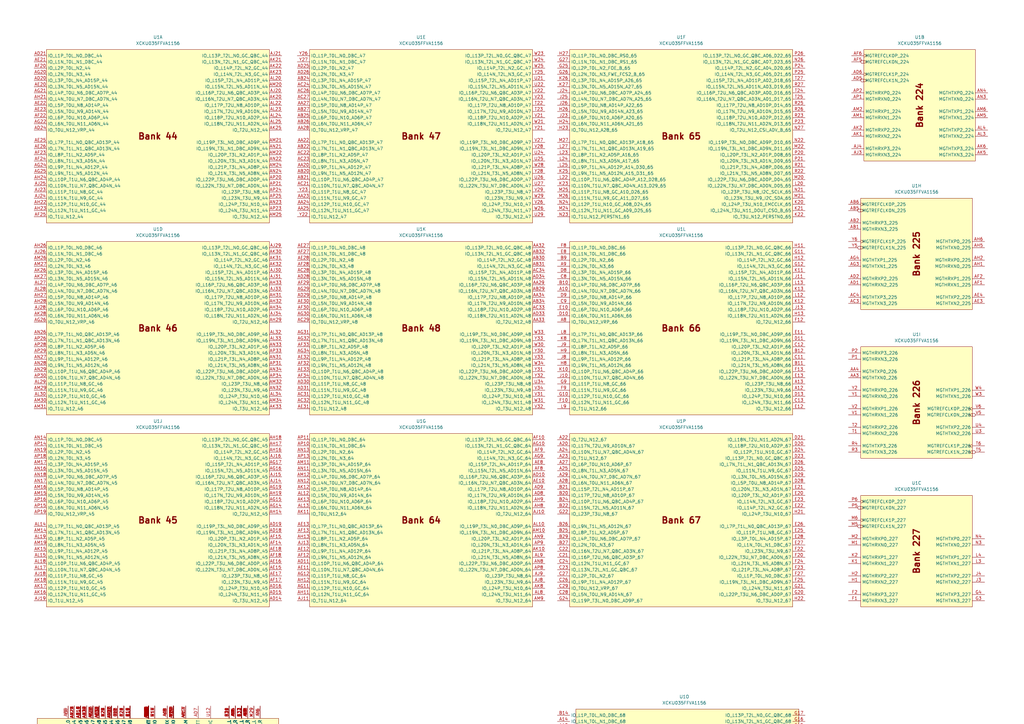
<source format=kicad_sch>
(kicad_sch (version 20230121) (generator eeschema)
  (paper "A3")
  (lib_symbols
    (symbol "xcku035:XCKU035FFVA1156"
      (property "Reference" "U" (at 0 -53.34 0))
      (property "Value" "XCKU035FFVA1156" (at 0 -55.88 0))
      (symbol "XCKU035FFVA1156_1_1"
        (unit_name "Bank 44")
        (text "Bank 44" (at 0 0 0) (effects (font (size 2.54 2.54) bold)))
        (pin bidirectional line (at -50.8 22.86 0) (length 5.08) (name "IO_L3P_T0L_N4_AD15P_44") (number "AD20"))
        (pin bidirectional line (at -50.8 33.02 0) (length 5.08) (name "IO_L1P_T0L_N0_DBC_44") (number "AD21"))
        (pin bidirectional line (at -50.8 2.54 0) (length 5.08) (name "IO_T0U_N12_VRP_44") (number "AD24"))
        (pin bidirectional line (at -50.8 20.32 0) (length 5.08) (name "IO_L3N_T0L_N5_AD15N_44") (number "AE20"))
        (pin bidirectional line (at -50.8 30.48 0) (length 5.08) (name "IO_L1N_T0L_N1_DBC_44") (number "AE21"))
        (pin bidirectional line (at -50.8 12.7 0) (length 5.08) (name "IO_L5P_T0U_N8_AD14P_44") (number "AE22"))
        (pin bidirectional line (at -50.8 10.16 0) (length 5.08) (name "IO_L5N_T0U_N9_AD14N_44") (number "AE23"))
        (pin bidirectional line (at -50.8 -2.54 0) (length 5.08) (name "IO_L7P_T1L_N0_QBC_AD13P_44") (number "AE25"))
        (pin bidirectional line (at -50.8 -5.08 0) (length 5.08) (name "IO_L7N_T1L_N1_QBC_AD13N_44") (number "AE26"))
        (pin bidirectional line (at -50.8 27.94 0) (length 5.08) (name "IO_L2P_T0L_N2_44") (number "AF20"))
        (pin bidirectional line (at -50.8 7.62 0) (length 5.08) (name "IO_L6P_T0U_N10_AD6P_44") (number "AF22"))
        (pin bidirectional line (at -50.8 -7.62 0) (length 5.08) (name "IO_L8P_T1L_N2_AD5P_44") (number "AF23"))
        (pin bidirectional line (at -50.8 -10.16 0) (length 5.08) (name "IO_L8N_T1L_N3_AD5N_44") (number "AF24"))
        (pin bidirectional line (at -50.8 -33.02 0) (length 5.08) (name "IO_T1U_N12_44") (number "AF25"))
        (pin bidirectional line (at -50.8 25.4 0) (length 5.08) (name "IO_L2N_T0L_N3_44") (number "AG20"))
        (pin bidirectional line (at -50.8 17.78 0) (length 5.08) (name "IO_L4P_T0U_N6_DBC_AD7P_44") (number "AG21"))
        (pin bidirectional line (at -50.8 5.08 0) (length 5.08) (name "IO_L6N_T0U_N11_AD6N_44") (number "AG22"))
        (pin bidirectional line (at -50.8 -12.7 0) (length 5.08) (name "IO_L9P_T1L_N4_AD12P_44") (number "AG24"))
        (pin bidirectional line (at -50.8 -15.24 0) (length 5.08) (name "IO_L9N_T1L_N5_AD12N_44") (number "AG25"))
        (pin bidirectional line (at -50.8 15.24 0) (length 5.08) (name "IO_L4N_T0U_N7_DBC_AD7N_44") (number "AH21"))
        (pin bidirectional line (at -50.8 -27.94 0) (length 5.08) (name "IO_L12P_T1U_N10_GC_44") (number "AH22"))
        (pin bidirectional line (at -50.8 -30.48 0) (length 5.08) (name "IO_L12N_T1U_N11_GC_44") (number "AH23"))
        (pin bidirectional line (at -50.8 -17.78 0) (length 5.08) (name "IO_L10P_T1U_N6_QBC_AD4P_44") (number "AH24"))
        (pin bidirectional line (at 50.8 17.78 180) (length 5.08) (name "IO_L16P_T2U_N6_QBC_AD3P_44") (number "AJ20"))
        (pin bidirectional line (at 50.8 33.02 180) (length 5.08) (name "IO_L13P_T2L_N0_GC_QBC_44") (number "AJ21"))
        (pin bidirectional line (at -50.8 -22.86 0) (length 5.08) (name "IO_L11P_T1U_N8_GC_44") (number "AJ23"))
        (pin bidirectional line (at -50.8 -25.4 0) (length 5.08) (name "IO_L11N_T1U_N9_GC_44") (number "AJ24"))
        (pin bidirectional line (at -50.8 -20.32 0) (length 5.08) (name "IO_L10N_T1U_N7_QBC_AD4N_44") (number "AJ25"))
        (pin bidirectional line (at 50.8 15.24 180) (length 5.08) (name "IO_L16N_T2U_N7_QBC_AD3N_44") (number "AK20"))
        (pin bidirectional line (at 50.8 30.48 180) (length 5.08) (name "IO_L13N_T2L_N1_GC_QBC_44") (number "AK21"))
        (pin bidirectional line (at 50.8 27.94 180) (length 5.08) (name "IO_L14P_T2L_N2_GC_44") (number "AK22"))
        (pin bidirectional line (at 50.8 25.4 180) (length 5.08) (name "IO_L14N_T2L_N3_GC_44") (number "AK23"))
        (pin bidirectional line (at 50.8 2.54 180) (length 5.08) (name "IO_T2U_N12_44") (number "AK25"))
        (pin bidirectional line (at 50.8 22.86 180) (length 5.08) (name "IO_L15P_T2L_N4_AD11P_44") (number "AL20"))
        (pin bidirectional line (at 50.8 12.7 180) (length 5.08) (name "IO_L17P_T2U_N8_AD10P_44") (number "AL22"))
        (pin bidirectional line (at 50.8 10.16 180) (length 5.08) (name "IO_L17N_T2U_N9_AD10N_44") (number "AL23"))
        (pin bidirectional line (at 50.8 7.62 180) (length 5.08) (name "IO_L18P_T2U_N10_AD2P_44") (number "AL24"))
        (pin bidirectional line (at 50.8 5.08 180) (length 5.08) (name "IO_L18N_T2U_N11_AD2N_44") (number "AL25"))
        (pin bidirectional line (at 50.8 20.32 180) (length 5.08) (name "IO_L15N_T2L_N5_AD11N_44") (number "AM20"))
        (pin bidirectional line (at 50.8 -2.54 180) (length 5.08) (name "IO_L19P_T3L_N0_DBC_AD9P_44") (number "AM21"))
        (pin bidirectional line (at 50.8 -7.62 180) (length 5.08) (name "IO_L20P_T3L_N2_AD1P_44") (number "AM22"))
        (pin bidirectional line (at 50.8 -12.7 180) (length 5.08) (name "IO_L21P_T3L_N4_AD8P_44") (number "AM24"))
        (pin bidirectional line (at 50.8 -33.02 180) (length 5.08) (name "IO_T3U_N12_44") (number "AM25"))
        (pin bidirectional line (at 50.8 -5.08 180) (length 5.08) (name "IO_L19N_T3L_N1_DBC_AD9N_44") (number "AN21"))
        (pin bidirectional line (at 50.8 -10.16 180) (length 5.08) (name "IO_L20N_T3L_N3_AD1N_44") (number "AN22"))
        (pin bidirectional line (at 50.8 -27.94 180) (length 5.08) (name "IO_L24P_T3U_N10_44") (number "AN23"))
        (pin bidirectional line (at 50.8 -15.24 180) (length 5.08) (name "IO_L21N_T3L_N5_AD8N_44") (number "AN24"))
        (pin bidirectional line (at 50.8 -17.78 180) (length 5.08) (name "IO_L22P_T3U_N6_DBC_AD0P_44") (number "AP20"))
        (pin bidirectional line (at 50.8 -20.32 180) (length 5.08) (name "IO_L22N_T3U_N7_DBC_AD0N_44") (number "AP21"))
        (pin bidirectional line (at 50.8 -30.48 180) (length 5.08) (name "IO_L24N_T3U_N11_44") (number "AP23"))
        (pin bidirectional line (at 50.8 -22.86 180) (length 5.08) (name "IO_L23P_T3U_N8_44") (number "AP24"))
        (pin bidirectional line (at 50.8 -25.4 180) (length 5.08) (name "IO_L23N_T3U_N9_44") (number "AP25"))
      )
      (symbol "XCKU035FFVA1156_2_1"
        (unit_name "Bank 224")
        (text "Bank 224" (at 0 0 900) (effects (font (size 2.54 2.54) bold)))
        (pin input inverted_clock (at -27.94 10.16 0) (length 5.08) (name "MGTREFCLK1N_224") (number "AD5"))
        (pin input clock (at -27.94 12.7 0) (length 5.08) (name "MGTREFCLK1P_224") (number "AD6"))
        (pin input inverted_clock (at -27.94 17.78 0) (length 5.08) (name "MGTREFCLK0N_224") (number "AF5"))
        (pin input clock (at -27.94 20.32 0) (length 5.08) (name "MGTREFCLK0P_224") (number "AF6"))
        (pin input line (at -27.94 -20.32 0) (length 5.08) (name "MGTHRXN3_224") (number "AJ3"))
        (pin input line (at -27.94 -17.78 0) (length 5.08) (name "MGTHRXP3_224") (number "AJ4"))
        (pin input line (at -27.94 -12.7 0) (length 5.08) (name "MGTHRXN2_224") (number "AK1"))
        (pin input line (at -27.94 -10.16 0) (length 5.08) (name "MGTHRXP2_224") (number "AK2"))
        (pin output line (at 27.94 -20.32 180) (length 5.08) (name "MGTHTXN3_224") (number "AK5"))
        (pin output line (at 27.94 -17.78 180) (length 5.08) (name "MGTHTXP3_224") (number "AK6"))
        (pin output line (at 27.94 -12.7 180) (length 5.08) (name "MGTHTXN2_224") (number "AL3"))
        (pin output line (at 27.94 -10.16 180) (length 5.08) (name "MGTHTXP2_224") (number "AL4"))
        (pin input line (at -27.94 -5.08 0) (length 5.08) (name "MGTHRXN1_224") (number "AM1"))
        (pin input line (at -27.94 -2.54 0) (length 5.08) (name "MGTHRXP1_224") (number "AM2"))
        (pin output line (at 27.94 -5.08 180) (length 5.08) (name "MGTHTXN1_224") (number "AM5"))
        (pin output line (at 27.94 -2.54 180) (length 5.08) (name "MGTHTXP1_224") (number "AM6"))
        (pin output line (at 27.94 2.54 180) (length 5.08) (name "MGTHTXN0_224") (number "AN3"))
        (pin output line (at 27.94 5.08 180) (length 5.08) (name "MGTHTXP0_224") (number "AN4"))
        (pin input line (at -27.94 2.54 0) (length 5.08) (name "MGTHRXN0_224") (number "AP1"))
        (pin input line (at -27.94 5.08 0) (length 5.08) (name "MGTHRXP0_224") (number "AP2"))
      )
      (symbol "XCKU035FFVA1156_3_1"
        (unit_name "Bank 227")
        (text "Bank 227" (at 0 0 900) (effects (font (size 2.54 2.54) bold)))
        (pin input line (at -27.94 -20.32 0) (length 5.08) (name "MGTHRXN3_227") (number "F1"))
        (pin input line (at -27.94 -17.78 0) (length 5.08) (name "MGTHRXP3_227") (number "F2"))
        (pin output line (at 27.94 -20.32 180) (length 5.08) (name "MGTHTXN3_227") (number "G3"))
        (pin output line (at 27.94 -17.78 180) (length 5.08) (name "MGTHTXP3_227") (number "G4"))
        (pin input line (at -27.94 -12.7 0) (length 5.08) (name "MGTHRXN2_227") (number "H1"))
        (pin input line (at -27.94 -10.16 0) (length 5.08) (name "MGTHRXP2_227") (number "H2"))
        (pin output line (at 27.94 -12.7 180) (length 5.08) (name "MGTHTXN2_227") (number "J3"))
        (pin output line (at 27.94 -10.16 180) (length 5.08) (name "MGTHTXP2_227") (number "J4"))
        (pin input line (at -27.94 -5.08 0) (length 5.08) (name "MGTHRXN1_227") (number "K1"))
        (pin input line (at -27.94 -2.54 0) (length 5.08) (name "MGTHRXP1_227") (number "K2"))
        (pin output line (at 27.94 -5.08 180) (length 5.08) (name "MGTHTXN1_227") (number "L3"))
        (pin output line (at 27.94 -2.54 180) (length 5.08) (name "MGTHTXP1_227") (number "L4"))
        (pin input line (at -27.94 2.54 0) (length 5.08) (name "MGTHRXN0_227") (number "M1"))
        (pin input line (at -27.94 5.08 0) (length 5.08) (name "MGTHRXP0_227") (number "M2"))
        (pin input inverted_clock (at -27.94 10.16 0) (length 5.08) (name "MGTREFCLK1N_227") (number "M5"))
        (pin input clock (at -27.94 12.7 0) (length 5.08) (name "MGTREFCLK1P_227") (number "M6"))
        (pin output line (at 27.94 2.54 180) (length 5.08) (name "MGTHTXN0_227") (number "N3"))
        (pin output line (at 27.94 5.08 180) (length 5.08) (name "MGTHTXP0_227") (number "N4"))
        (pin input inverted_clock (at -27.94 17.78 0) (length 5.08) (name "MGTREFCLK0N_227") (number "P5"))
        (pin input clock (at -27.94 20.32 0) (length 5.08) (name "MGTREFCLK0P_227") (number "P6"))
      )
      (symbol "XCKU035FFVA1156_4_1"
        (unit_name "Bank 46")
        (text "Bank 46" (at 0 0 0) (effects (font (size 2.54 2.54) bold)))
        (pin bidirectional line (at -50.8 2.54 0) (length 5.08) (name "IO_T0U_N12_VRP_46") (number "AG26"))
        (pin bidirectional line (at -50.8 33.02 0) (length 5.08) (name "IO_L1P_T0L_N0_DBC_46") (number "AH26"))
        (pin bidirectional line (at -50.8 12.7 0) (length 5.08) (name "IO_L5P_T0U_N8_AD14P_46") (number "AH27"))
        (pin bidirectional line (at -50.8 10.16 0) (length 5.08) (name "IO_L5N_T0U_N9_AD14N_46") (number "AH28"))
        (pin bidirectional line (at 50.8 2.54 180) (length 5.08) (name "IO_T2U_N12_46") (number "AH29"))
        (pin bidirectional line (at 50.8 12.7 180) (length 5.08) (name "IO_L17P_T2U_N8_AD10P_46") (number "AH31"))
        (pin bidirectional line (at 50.8 10.16 180) (length 5.08) (name "IO_L17N_T2U_N9_AD10N_46") (number "AH32"))
        (pin bidirectional line (at 50.8 17.78 180) (length 5.08) (name "IO_L16P_T2U_N6_QBC_AD3P_46") (number "AH33"))
        (pin bidirectional line (at 50.8 7.62 180) (length 5.08) (name "IO_L18P_T2U_N10_AD2P_46") (number "AH34"))
        (pin bidirectional line (at -50.8 30.48 0) (length 5.08) (name "IO_L1N_T0L_N1_DBC_46") (number "AJ26"))
        (pin bidirectional line (at -50.8 7.62 0) (length 5.08) (name "IO_L6P_T0U_N10_AD6P_46") (number "AJ28"))
        (pin bidirectional line (at 50.8 33.02 180) (length 5.08) (name "IO_L13P_T2L_N0_GC_QBC_46") (number "AJ29"))
        (pin bidirectional line (at 50.8 22.86 180) (length 5.08) (name "IO_L15P_T2L_N4_AD11P_46") (number "AJ30"))
        (pin bidirectional line (at 50.8 20.32 180) (length 5.08) (name "IO_L15N_T2L_N5_AD11N_46") (number "AJ31"))
        (pin bidirectional line (at 50.8 15.24 180) (length 5.08) (name "IO_L16N_T2U_N7_QBC_AD3N_46") (number "AJ33"))
        (pin bidirectional line (at 50.8 5.08 180) (length 5.08) (name "IO_L18N_T2U_N11_AD2N_46") (number "AJ34"))
        (pin bidirectional line (at -50.8 22.86 0) (length 5.08) (name "IO_L3P_T0L_N4_AD15P_46") (number "AK26"))
        (pin bidirectional line (at -50.8 20.32 0) (length 5.08) (name "IO_L3N_T0L_N5_AD15N_46") (number "AK27"))
        (pin bidirectional line (at -50.8 5.08 0) (length 5.08) (name "IO_L6N_T0U_N11_AD6N_46") (number "AK28"))
        (pin bidirectional line (at 50.8 30.48 180) (length 5.08) (name "IO_L13N_T2L_N1_GC_QBC_46") (number "AK30"))
        (pin bidirectional line (at 50.8 27.94 180) (length 5.08) (name "IO_L14P_T2L_N2_GC_46") (number "AK31"))
        (pin bidirectional line (at 50.8 25.4 180) (length 5.08) (name "IO_L14N_T2L_N3_GC_46") (number "AK32"))
        (pin bidirectional line (at 50.8 -33.02 180) (length 5.08) (name "IO_T3U_N12_46") (number "AK33"))
        (pin bidirectional line (at -50.8 17.78 0) (length 5.08) (name "IO_L4P_T0U_N6_DBC_AD7P_46") (number "AL27"))
        (pin bidirectional line (at -50.8 15.24 0) (length 5.08) (name "IO_L4N_T0U_N7_DBC_AD7N_46") (number "AL28"))
        (pin bidirectional line (at -50.8 -22.86 0) (length 5.08) (name "IO_L11P_T1U_N8_GC_46") (number "AL29"))
        (pin bidirectional line (at -50.8 -27.94 0) (length 5.08) (name "IO_L12P_T1U_N10_GC_46") (number "AL30"))
        (pin bidirectional line (at 50.8 -2.54 180) (length 5.08) (name "IO_L19P_T3L_N0_DBC_AD9P_46") (number "AL32"))
        (pin bidirectional line (at 50.8 -5.08 180) (length 5.08) (name "IO_L19N_T3L_N1_DBC_AD9N_46") (number "AL33"))
        (pin bidirectional line (at 50.8 -27.94 180) (length 5.08) (name "IO_L24P_T3U_N10_46") (number "AL34"))
        (pin bidirectional line (at -50.8 27.94 0) (length 5.08) (name "IO_L2P_T0L_N2_46") (number "AM26"))
        (pin bidirectional line (at -50.8 25.4 0) (length 5.08) (name "IO_L2N_T0L_N3_46") (number "AM27"))
        (pin bidirectional line (at -50.8 -25.4 0) (length 5.08) (name "IO_L11N_T1U_N9_GC_46") (number "AM29"))
        (pin bidirectional line (at -50.8 -30.48 0) (length 5.08) (name "IO_L12N_T1U_N11_GC_46") (number "AM30"))
        (pin bidirectional line (at -50.8 -33.02 0) (length 5.08) (name "IO_T1U_N12_46") (number "AM31"))
        (pin bidirectional line (at 50.8 -22.86 180) (length 5.08) (name "IO_L23P_T3U_N8_46") (number "AM32"))
        (pin bidirectional line (at 50.8 -30.48 180) (length 5.08) (name "IO_L24N_T3U_N11_46") (number "AM34"))
        (pin bidirectional line (at -50.8 -2.54 0) (length 5.08) (name "IO_L7P_T1L_N0_QBC_AD13P_46") (number "AN26"))
        (pin bidirectional line (at -50.8 -12.7 0) (length 5.08) (name "IO_L9P_T1L_N4_AD12P_46") (number "AN27"))
        (pin bidirectional line (at -50.8 -15.24 0) (length 5.08) (name "IO_L9N_T1L_N5_AD12N_46") (number "AN28"))
        (pin bidirectional line (at -50.8 -17.78 0) (length 5.08) (name "IO_L10P_T1U_N6_QBC_AD4P_46") (number "AN29"))
        (pin bidirectional line (at 50.8 -12.7 180) (length 5.08) (name "IO_L21P_T3L_N4_AD8P_46") (number "AN31"))
        (pin bidirectional line (at 50.8 -25.4 180) (length 5.08) (name "IO_L23N_T3U_N9_46") (number "AN32"))
        (pin bidirectional line (at 50.8 -7.62 180) (length 5.08) (name "IO_L20P_T3L_N2_AD1P_46") (number "AN33"))
        (pin bidirectional line (at 50.8 -17.78 180) (length 5.08) (name "IO_L22P_T3U_N6_DBC_AD0P_46") (number "AN34"))
        (pin bidirectional line (at -50.8 -5.08 0) (length 5.08) (name "IO_L7N_T1L_N1_QBC_AD13N_46") (number "AP26"))
        (pin bidirectional line (at -50.8 -7.62 0) (length 5.08) (name "IO_L8P_T1L_N2_AD5P_46") (number "AP28"))
        (pin bidirectional line (at -50.8 -10.16 0) (length 5.08) (name "IO_L8N_T1L_N3_AD5N_46") (number "AP29"))
        (pin bidirectional line (at -50.8 -20.32 0) (length 5.08) (name "IO_L10N_T1U_N7_QBC_AD4N_46") (number "AP30"))
        (pin bidirectional line (at 50.8 -15.24 180) (length 5.08) (name "IO_L21N_T3L_N5_AD8N_46") (number "AP31"))
        (pin bidirectional line (at 50.8 -10.16 180) (length 5.08) (name "IO_L20N_T3L_N3_AD1N_46") (number "AP33"))
        (pin bidirectional line (at 50.8 -20.32 180) (length 5.08) (name "IO_L22N_T3U_N7_DBC_AD0N_46") (number "AP34"))
      )
      (symbol "XCKU035FFVA1156_5_1"
        (unit_name "Bank 47")
        (text "Bank 47" (at 0 0 0) (effects (font (size 2.54 2.54) bold)))
        (pin bidirectional line (at -50.8 -12.7 0) (length 5.08) (name "IO_L9P_T1L_N4_AD12P_47") (number "AA20"))
        (pin bidirectional line (at -50.8 -2.54 0) (length 5.08) (name "IO_L7P_T1L_N0_QBC_AD13P_47") (number "AA22"))
        (pin bidirectional line (at -50.8 -25.4 0) (length 5.08) (name "IO_L11N_T1U_N9_GC_47") (number "AA23"))
        (pin bidirectional line (at -50.8 -27.94 0) (length 5.08) (name "IO_L12P_T1U_N10_GC_47") (number "AA24"))
        (pin bidirectional line (at -50.8 -30.48 0) (length 5.08) (name "IO_L12N_T1U_N11_GC_47") (number "AA25"))
        (pin bidirectional line (at -50.8 12.7 0) (length 5.08) (name "IO_L5P_T0U_N8_AD14P_47") (number "AA27"))
        (pin bidirectional line (at -50.8 2.54 0) (length 5.08) (name "IO_T0U_N12_VRP_47") (number "AA28"))
        (pin bidirectional line (at -50.8 -15.24 0) (length 5.08) (name "IO_L9N_T1L_N5_AD12N_47") (number "AB20"))
        (pin bidirectional line (at -50.8 -17.78 0) (length 5.08) (name "IO_L10P_T1U_N6_QBC_AD4P_47") (number "AB21"))
        (pin bidirectional line (at -50.8 -5.08 0) (length 5.08) (name "IO_L7N_T1L_N1_QBC_AD13N_47") (number "AB22"))
        (pin bidirectional line (at -50.8 22.86 0) (length 5.08) (name "IO_L3P_T0L_N4_AD15P_47") (number "AB24"))
        (pin bidirectional line (at -50.8 7.62 0) (length 5.08) (name "IO_L6P_T0U_N10_AD6P_47") (number "AB25"))
        (pin bidirectional line (at -50.8 5.08 0) (length 5.08) (name "IO_L6N_T0U_N11_AD6N_47") (number "AB26"))
        (pin bidirectional line (at -50.8 10.16 0) (length 5.08) (name "IO_L5N_T0U_N9_AD14N_47") (number "AB27"))
        (pin bidirectional line (at -50.8 -20.32 0) (length 5.08) (name "IO_L10N_T1U_N7_QBC_AD4N_47") (number "AC21"))
        (pin bidirectional line (at -50.8 -7.62 0) (length 5.08) (name "IO_L8P_T1L_N2_AD5P_47") (number "AC22"))
        (pin bidirectional line (at -50.8 -10.16 0) (length 5.08) (name "IO_L8N_T1L_N3_AD5N_47") (number "AC23"))
        (pin bidirectional line (at -50.8 20.32 0) (length 5.08) (name "IO_L3N_T0L_N5_AD15N_47") (number "AC24"))
        (pin bidirectional line (at -50.8 17.78 0) (length 5.08) (name "IO_L4P_T0U_N6_DBC_AD7P_47") (number "AC26"))
        (pin bidirectional line (at -50.8 15.24 0) (length 5.08) (name "IO_L4N_T0U_N7_DBC_AD7N_47") (number "AC27"))
        (pin bidirectional line (at -50.8 27.94 0) (length 5.08) (name "IO_L2P_T0L_N2_47") (number "AD25"))
        (pin bidirectional line (at -50.8 25.4 0) (length 5.08) (name "IO_L2N_T0L_N3_47") (number "AD26"))
        (pin bidirectional line (at 50.8 12.7 180) (length 5.08) (name "IO_L17P_T2U_N8_AD10P_47") (number "T22"))
        (pin bidirectional line (at 50.8 10.16 180) (length 5.08) (name "IO_L17N_T2U_N9_AD10N_47") (number "T23"))
        (pin bidirectional line (at 50.8 22.86 180) (length 5.08) (name "IO_L15P_T2L_N4_AD11P_47") (number "U21"))
        (pin bidirectional line (at 50.8 20.32 180) (length 5.08) (name "IO_L15N_T2L_N5_AD11N_47") (number "U22"))
        (pin bidirectional line (at 50.8 -7.62 180) (length 5.08) (name "IO_L20P_T3L_N2_AD1P_47") (number "U24"))
        (pin bidirectional line (at 50.8 -10.16 180) (length 5.08) (name "IO_L20N_T3L_N3_AD1N_47") (number "U25"))
        (pin bidirectional line (at 50.8 -17.78 180) (length 5.08) (name "IO_L22P_T3U_N6_DBC_AD0P_47") (number "U26"))
        (pin bidirectional line (at 50.8 -20.32 180) (length 5.08) (name "IO_L22N_T3U_N7_DBC_AD0N_47") (number "U27"))
        (pin bidirectional line (at 50.8 -33.02 180) (length 5.08) (name "IO_T3U_N12_47") (number "U29"))
        (pin bidirectional line (at 50.8 7.62 180) (length 5.08) (name "IO_L18P_T2U_N10_AD2P_47") (number "V21"))
        (pin bidirectional line (at 50.8 17.78 180) (length 5.08) (name "IO_L16P_T2U_N6_QBC_AD3P_47") (number "V22"))
        (pin bidirectional line (at 50.8 15.24 180) (length 5.08) (name "IO_L16N_T2U_N7_QBC_AD3N_47") (number "V23"))
        (pin bidirectional line (at 50.8 -27.94 180) (length 5.08) (name "IO_L24P_T3U_N10_47") (number "V26"))
        (pin bidirectional line (at 50.8 -2.54 180) (length 5.08) (name "IO_L19P_T3L_N0_DBC_AD9P_47") (number "V27"))
        (pin bidirectional line (at 50.8 -5.08 180) (length 5.08) (name "IO_L19N_T3L_N1_DBC_AD9N_47") (number "V28"))
        (pin bidirectional line (at 50.8 -22.86 180) (length 5.08) (name "IO_L23P_T3U_N8_47") (number "V29"))
        (pin bidirectional line (at 50.8 5.08 180) (length 5.08) (name "IO_L18N_T2U_N11_AD2N_47") (number "W21"))
        (pin bidirectional line (at 50.8 33.02 180) (length 5.08) (name "IO_L13P_T2L_N0_GC_QBC_47") (number "W23"))
        (pin bidirectional line (at 50.8 30.48 180) (length 5.08) (name "IO_L13N_T2L_N1_GC_QBC_47") (number "W24"))
        (pin bidirectional line (at 50.8 27.94 180) (length 5.08) (name "IO_L14P_T2L_N2_GC_47") (number "W25"))
        (pin bidirectional line (at 50.8 -30.48 180) (length 5.08) (name "IO_L24N_T3U_N11_47") (number "W26"))
        (pin bidirectional line (at 50.8 -12.7 180) (length 5.08) (name "IO_L21P_T3L_N4_AD8P_47") (number "W28"))
        (pin bidirectional line (at 50.8 -25.4 180) (length 5.08) (name "IO_L23N_T3U_N9_47") (number "W29"))
        (pin bidirectional line (at 50.8 2.54 180) (length 5.08) (name "IO_T2U_N12_47") (number "Y21"))
        (pin bidirectional line (at -50.8 -33.02 0) (length 5.08) (name "IO_T1U_N12_47") (number "Y22"))
        (pin bidirectional line (at -50.8 -22.86 0) (length 5.08) (name "IO_L11P_T1U_N8_GC_47") (number "Y23"))
        (pin bidirectional line (at 50.8 25.4 180) (length 5.08) (name "IO_L14N_T2L_N3_GC_47") (number "Y25"))
        (pin bidirectional line (at -50.8 33.02 0) (length 5.08) (name "IO_L1P_T0L_N0_DBC_47") (number "Y26"))
        (pin bidirectional line (at -50.8 30.48 0) (length 5.08) (name "IO_L1N_T0L_N1_DBC_47") (number "Y27"))
        (pin bidirectional line (at 50.8 -15.24 180) (length 5.08) (name "IO_L21N_T3L_N5_AD8N_47") (number "Y28"))
      )
      (symbol "XCKU035FFVA1156_6_1"
        (unit_name "Bank 65")
        (text "Bank 65" (at 0 0 0) (effects (font (size 2.54 2.54) bold)))
        (pin bidirectional line (at -50.8 27.94 0) (length 5.08) (name "IO_L2P_T0L_N2_FOE_B_65") (number "G25"))
        (pin bidirectional line (at -50.8 25.4 0) (length 5.08) (name "IO_L2N_T0L_N3_FWE_FCS2_B_65") (number "G26"))
        (pin bidirectional line (at -50.8 30.48 0) (length 5.08) (name "IO_L1N_T0L_N1_DBC_RS1_65") (number "G27"))
        (pin bidirectional line (at -50.8 2.54 0) (length 5.08) (name "IO_T0U_N12_A28_65") (number "H23"))
        (pin bidirectional line (at -50.8 5.08 0) (length 5.08) (name "IO_L6N_T0U_N11_AD6N_A21_65") (number "H24"))
        (pin bidirectional line (at -50.8 10.16 0) (length 5.08) (name "IO_L5N_T0U_N9_AD14N_A23_65") (number "H26"))
        (pin bidirectional line (at -50.8 33.02 0) (length 5.08) (name "IO_L1P_T0L_N0_DBC_RS0_65") (number "H27"))
        (pin bidirectional line (at -50.8 7.62 0) (length 5.08) (name "IO_L6P_T0U_N10_AD6P_A20_65") (number "J23"))
        (pin bidirectional line (at -50.8 17.78 0) (length 5.08) (name "IO_L4P_T0U_N6_DBC_AD7P_A24_65") (number "J24"))
        (pin bidirectional line (at -50.8 15.24 0) (length 5.08) (name "IO_L4N_T0U_N7_DBC_AD7N_A25_65") (number "J25"))
        (pin bidirectional line (at -50.8 12.7 0) (length 5.08) (name "IO_L5P_T0U_N8_AD14P_A22_65") (number "J26"))
        (pin bidirectional line (at 50.8 -27.94 180) (length 5.08) (name "IO_L24P_T3U_N10_EMCCLK_65") (number "K20"))
        (pin bidirectional line (at 50.8 -30.48 180) (length 5.08) (name "IO_L24N_T3U_N11_DOUT_CSO_B_65") (number "K21"))
        (pin bidirectional line (at 50.8 -33.02 180) (length 5.08) (name "IO_T3U_N12_PERSTN0_65") (number "K22"))
        (pin bidirectional line (at -50.8 -20.32 0) (length 5.08) (name "IO_L10N_T1U_N7_QBC_AD4N_A13_D29_65") (number "K23"))
        (pin bidirectional line (at -50.8 -15.24 0) (length 5.08) (name "IO_L9N_T1L_N5_AD12N_A15_D31_65") (number "K25"))
        (pin bidirectional line (at -50.8 22.86 0) (length 5.08) (name "IO_L3P_T0L_N4_AD15P_A26_65") (number "K26"))
        (pin bidirectional line (at -50.8 20.32 0) (length 5.08) (name "IO_L3N_T0L_N5_AD15N_A27_65") (number "K27"))
        (pin bidirectional line (at 50.8 -20.32 180) (length 5.08) (name "IO_L22N_T3U_N7_DBC_AD0N_D05_65") (number "L20"))
        (pin bidirectional line (at -50.8 -17.78 0) (length 5.08) (name "IO_L10P_T1U_N6_QBC_AD4P_A12_D28_65") (number "L22"))
        (pin bidirectional line (at -50.8 -7.62 0) (length 5.08) (name "IO_L8P_T1L_N2_AD5P_A16_65") (number "L23"))
        (pin bidirectional line (at -50.8 -10.16 0) (length 5.08) (name "IO_L8N_T1L_N3_AD5N_A17_65") (number "L24"))
        (pin bidirectional line (at -50.8 -12.7 0) (length 5.08) (name "IO_L9P_T1L_N4_AD12P_A14_D30_65") (number "L25"))
        (pin bidirectional line (at -50.8 -5.08 0) (length 5.08) (name "IO_L7N_T1L_N1_QBC_AD13N_A19_65") (number "L27"))
        (pin bidirectional line (at 50.8 -17.78 180) (length 5.08) (name "IO_L22P_T3U_N6_DBC_AD0P_D04_65") (number "M20"))
        (pin bidirectional line (at 50.8 -25.4 180) (length 5.08) (name "IO_L23N_T3U_N9_I2C_SDA_65") (number "M21"))
        (pin bidirectional line (at 50.8 -5.08 180) (length 5.08) (name "IO_L19N_T3L_N1_DBC_AD9N_D11_65") (number "M22"))
        (pin bidirectional line (at -50.8 -30.48 0) (length 5.08) (name "IO_L12N_T1U_N11_GC_A09_D25_65") (number "M24"))
        (pin bidirectional line (at -50.8 -22.86 0) (length 5.08) (name "IO_L11P_T1U_N8_GC_A10_D26_65") (number "M25"))
        (pin bidirectional line (at -50.8 -25.4 0) (length 5.08) (name "IO_L11N_T1U_N9_GC_A11_D27_65") (number "M26"))
        (pin bidirectional line (at -50.8 -2.54 0) (length 5.08) (name "IO_L7P_T1L_N0_QBC_AD13P_A18_65") (number "M27"))
        (pin bidirectional line (at 50.8 -22.86 180) (length 5.08) (name "IO_L23P_T3U_N8_I2C_SCLK_65") (number "N21"))
        (pin bidirectional line (at 50.8 -2.54 180) (length 5.08) (name "IO_L19P_T3L_N0_DBC_AD9P_D10_65") (number "N22"))
        (pin bidirectional line (at -50.8 -33.02 0) (length 5.08) (name "IO_T1U_N12_PERSTN1_65") (number "N23"))
        (pin bidirectional line (at -50.8 -27.94 0) (length 5.08) (name "IO_L12P_T1U_N10_GC_A08_D24_65") (number "N24"))
        (pin bidirectional line (at 50.8 30.48 180) (length 5.08) (name "IO_L13N_T2L_N1_GC_QBC_A07_D23_65") (number "N26"))
        (pin bidirectional line (at 50.8 2.54 180) (length 5.08) (name "IO_T2U_N12_CSI_ADV_B_65") (number "N27"))
        (pin bidirectional line (at 50.8 -7.62 180) (length 5.08) (name "IO_L20P_T3L_N2_AD1P_D08_65") (number "P20"))
        (pin bidirectional line (at 50.8 -10.16 180) (length 5.08) (name "IO_L20N_T3L_N3_AD1N_D09_65") (number "P21"))
        (pin bidirectional line (at 50.8 5.08 180) (length 5.08) (name "IO_L18N_T2U_N11_AD2N_D13_65") (number "P23"))
        (pin bidirectional line (at 50.8 27.94 180) (length 5.08) (name "IO_L14P_T2L_N2_GC_A04_D20_65") (number "P24"))
        (pin bidirectional line (at 50.8 25.4 180) (length 5.08) (name "IO_L14N_T2L_N3_GC_A05_D21_65") (number "P25"))
        (pin bidirectional line (at 50.8 33.02 180) (length 5.08) (name "IO_L13P_T2L_N0_GC_QBC_A06_D22_65") (number "P26"))
        (pin bidirectional line (at 50.8 -12.7 180) (length 5.08) (name "IO_L21P_T3L_N4_AD8P_D06_65") (number "R21"))
        (pin bidirectional line (at 50.8 -15.24 180) (length 5.08) (name "IO_L21N_T3L_N5_AD8N_D07_65") (number "R22"))
        (pin bidirectional line (at 50.8 7.62 180) (length 5.08) (name "IO_L18P_T2U_N10_AD2P_D12_65") (number "R23"))
        (pin bidirectional line (at 50.8 12.7 180) (length 5.08) (name "IO_L17P_T2U_N8_AD10P_D14_65") (number "R25"))
        (pin bidirectional line (at 50.8 10.16 180) (length 5.08) (name "IO_L17N_T2U_N9_AD10N_D15_65") (number "R26"))
        (pin bidirectional line (at 50.8 20.32 180) (length 5.08) (name "IO_L15N_T2L_N5_AD11N_A03_D19_65") (number "R27"))
        (pin bidirectional line (at 50.8 17.78 180) (length 5.08) (name "IO_L16P_T2U_N6_QBC_AD3P_A00_D16_65") (number "T24"))
        (pin bidirectional line (at 50.8 15.24 180) (length 5.08) (name "IO_L16N_T2U_N7_QBC_AD3N_A01_D17_65") (number "T25"))
        (pin bidirectional line (at 50.8 22.86 180) (length 5.08) (name "IO_L15P_T2L_N4_AD11P_A02_D18_65") (number "T27"))
      )
      (symbol "XCKU035FFVA1156_7_1"
        (unit_name "Bank 64")
        (text "Bank 64" (at 0 0 0) (effects (font (size 2.54 2.54) bold)))
        (pin bidirectional line (at 50.8 17.78 180) (length 5.08) (name "IO_L16P_T2U_N6_QBC_AD3P_64") (number "AD10"))
        (pin bidirectional line (at -50.8 -17.78 0) (length 5.08) (name "IO_L10P_T1U_N6_QBC_AD4P_64") (number "AD11"))
        (pin bidirectional line (at 50.8 10.16 180) (length 5.08) (name "IO_L17N_T2U_N9_AD10N_64") (number "AD8"))
        (pin bidirectional line (at 50.8 12.7 180) (length 5.08) (name "IO_L17P_T2U_N8_AD10P_64") (number "AD9"))
        (pin bidirectional line (at 50.8 15.24 180) (length 5.08) (name "IO_L16N_T2U_N7_QBC_AD3N_64") (number "AE10"))
        (pin bidirectional line (at -50.8 -20.32 0) (length 5.08) (name "IO_L10N_T1U_N7_QBC_AD4N_64") (number "AE11"))
        (pin bidirectional line (at -50.8 -12.7 0) (length 5.08) (name "IO_L9P_T1L_N4_AD12P_64") (number "AE12"))
        (pin bidirectional line (at -50.8 -2.54 0) (length 5.08) (name "IO_L7P_T1L_N0_QBC_AD13P_64") (number "AE13"))
        (pin bidirectional line (at 50.8 22.86 180) (length 5.08) (name "IO_L15P_T2L_N4_AD11P_64") (number "AE8"))
        (pin bidirectional line (at 50.8 33.02 180) (length 5.08) (name "IO_L13P_T2L_N0_GC_QBC_64") (number "AF10"))
        (pin bidirectional line (at -50.8 -15.24 0) (length 5.08) (name "IO_L9N_T1L_N5_AD12N_64") (number "AF12"))
        (pin bidirectional line (at -50.8 -5.08 0) (length 5.08) (name "IO_L7N_T1L_N1_QBC_AD13N_64") (number "AF13"))
        (pin bidirectional line (at 50.8 20.32 180) (length 5.08) (name "IO_L15N_T2L_N5_AD11N_64") (number "AF8"))
        (pin bidirectional line (at 50.8 27.94 180) (length 5.08) (name "IO_L14P_T2L_N2_GC_64") (number "AF9"))
        (pin bidirectional line (at 50.8 30.48 180) (length 5.08) (name "IO_L13N_T2L_N1_GC_QBC_64") (number "AG10"))
        (pin bidirectional line (at -50.8 -27.94 0) (length 5.08) (name "IO_L12P_T1U_N10_GC_64") (number "AG11"))
        (pin bidirectional line (at -50.8 -22.86 0) (length 5.08) (name "IO_L11P_T1U_N8_GC_64") (number "AG12"))
        (pin bidirectional line (at 50.8 25.4 180) (length 5.08) (name "IO_L14N_T2L_N3_GC_64") (number "AG9"))
        (pin bidirectional line (at -50.8 -30.48 0) (length 5.08) (name "IO_L12N_T1U_N11_GC_64") (number "AH11"))
        (pin bidirectional line (at -50.8 -25.4 0) (length 5.08) (name "IO_L11N_T1U_N9_GC_64") (number "AH12"))
        (pin bidirectional line (at -50.8 -7.62 0) (length 5.08) (name "IO_L8P_T1L_N2_AD5P_64") (number "AH13"))
        (pin bidirectional line (at 50.8 5.08 180) (length 5.08) (name "IO_L18N_T2U_N11_AD2N_64") (number "AH8"))
        (pin bidirectional line (at 50.8 7.62 180) (length 5.08) (name "IO_L18P_T2U_N10_AD2P_64") (number "AH9"))
        (pin bidirectional line (at 50.8 2.54 180) (length 5.08) (name "IO_T2U_N12_64") (number "AJ10"))
        (pin bidirectional line (at -50.8 -33.02 0) (length 5.08) (name "IO_T1U_N12_64") (number "AJ11"))
        (pin bidirectional line (at -50.8 -10.16 0) (length 5.08) (name "IO_L8N_T1L_N3_AD5N_64") (number "AJ13"))
        (pin bidirectional line (at 50.8 -25.4 180) (length 5.08) (name "IO_L23N_T3U_N9_64") (number "AJ8"))
        (pin bidirectional line (at 50.8 -22.86 180) (length 5.08) (name "IO_L23P_T3U_N8_64") (number "AJ9"))
        (pin bidirectional line (at 50.8 -12.7 180) (length 5.08) (name "IO_L21P_T3L_N4_AD8P_64") (number "AK10"))
        (pin bidirectional line (at -50.8 2.54 0) (length 5.08) (name "IO_T0U_N12_64") (number "AK11"))
        (pin bidirectional line (at -50.8 12.7 0) (length 5.08) (name "IO_L5P_T0U_N8_AD14P_64") (number "AK12"))
        (pin bidirectional line (at -50.8 7.62 0) (length 5.08) (name "IO_L6P_T0U_N10_AD6P_64") (number "AK13"))
        (pin bidirectional line (at 50.8 -27.94 180) (length 5.08) (name "IO_L24P_T3U_N10_64") (number "AK8"))
        (pin bidirectional line (at 50.8 -2.54 180) (length 5.08) (name "IO_L19P_T3L_N0_DBC_AD9P_64") (number "AL10"))
        (pin bidirectional line (at -50.8 10.16 0) (length 5.08) (name "IO_L5N_T0U_N9_AD14N_64") (number "AL12"))
        (pin bidirectional line (at -50.8 5.08 0) (length 5.08) (name "IO_L6N_T0U_N11_AD6N_64") (number "AL13"))
        (pin bidirectional line (at 50.8 -30.48 180) (length 5.08) (name "IO_L24N_T3U_N11_64") (number "AL8"))
        (pin bidirectional line (at 50.8 -15.24 180) (length 5.08) (name "IO_L21N_T3L_N5_AD8N_64") (number "AL9"))
        (pin bidirectional line (at 50.8 -5.08 180) (length 5.08) (name "IO_L19N_T3L_N1_DBC_AD9N_64") (number "AM10"))
        (pin bidirectional line (at -50.8 22.86 0) (length 5.08) (name "IO_L3P_T0L_N4_AD15P_64") (number "AM11"))
        (pin bidirectional line (at -50.8 17.78 0) (length 5.08) (name "IO_L4P_T0U_N6_DBC_AD7P_64") (number "AM12"))
        (pin bidirectional line (at 50.8 -33.02 180) (length 5.08) (name "IO_T3U_N12_64") (number "AM9"))
        (pin bidirectional line (at -50.8 20.32 0) (length 5.08) (name "IO_L3N_T0L_N5_AD15N_64") (number "AN11"))
        (pin bidirectional line (at -50.8 15.24 0) (length 5.08) (name "IO_L4N_T0U_N7_DBC_AD7N_64") (number "AN12"))
        (pin bidirectional line (at -50.8 27.94 0) (length 5.08) (name "IO_L2P_T0L_N2_64") (number "AN13"))
        (pin bidirectional line (at 50.8 -17.78 180) (length 5.08) (name "IO_L22P_T3U_N6_DBC_AD0P_64") (number "AN8"))
        (pin bidirectional line (at 50.8 -7.62 180) (length 5.08) (name "IO_L20P_T3L_N2_AD1P_64") (number "AN9"))
        (pin bidirectional line (at -50.8 30.48 0) (length 5.08) (name "IO_L1N_T0L_N1_DBC_64") (number "AP10"))
        (pin bidirectional line (at -50.8 33.02 0) (length 5.08) (name "IO_L1P_T0L_N0_DBC_64") (number "AP11"))
        (pin bidirectional line (at -50.8 25.4 0) (length 5.08) (name "IO_L2N_T0L_N3_64") (number "AP13"))
        (pin bidirectional line (at 50.8 -20.32 180) (length 5.08) (name "IO_L22N_T3U_N7_DBC_AD0N_64") (number "AP8"))
        (pin bidirectional line (at 50.8 -10.16 180) (length 5.08) (name "IO_L20N_T3L_N3_AD1N_64") (number "AP9"))
      )
      (symbol "XCKU035FFVA1156_8_1"
        (unit_name "Bank 225")
        (text "Bank 225" (at 0 0 900) (effects (font (size 2.54 2.54) bold)))
        (pin input line (at -27.94 10.16 0) (length 5.08) (name "MGTHRXN3_225") (number "AB1"))
        (pin input line (at -27.94 12.7 0) (length 5.08) (name "MGTHRXP3_225") (number "AB2"))
        (pin input inverted_clock (at -27.94 17.78 0) (length 5.08) (name "MGTREFCLK0N_225") (number "AB5"))
        (pin input clock (at -27.94 20.32 0) (length 5.08) (name "MGTREFCLK0P_225") (number "AB6"))
        (pin output line (at -27.94 -20.32 0) (length 5.08) (name "MGTHTXN3_225") (number "AC3"))
        (pin output line (at -27.94 -17.78 0) (length 5.08) (name "MGTHTXP3_225") (number "AC4"))
        (pin input line (at -27.94 -12.7 0) (length 5.08) (name "MGTHRXN2_225") (number "AD1"))
        (pin input line (at -27.94 -10.16 0) (length 5.08) (name "MGTHRXP2_225") (number "AD2"))
        (pin output line (at 27.94 -20.32 180) (length 5.08) (name "MGTHTXN2_225") (number "AE3"))
        (pin output line (at 27.94 -17.78 180) (length 5.08) (name "MGTHTXP2_225") (number "AE4"))
        (pin input line (at 27.94 -12.7 180) (length 5.08) (name "MGTHRXN1_225") (number "AF1"))
        (pin input line (at 27.94 -10.16 180) (length 5.08) (name "MGTHRXP1_225") (number "AF2"))
        (pin output line (at -27.94 -5.08 0) (length 5.08) (name "MGTHTXN1_225") (number "AG3"))
        (pin output line (at -27.94 -2.54 0) (length 5.08) (name "MGTHTXP1_225") (number "AG4"))
        (pin input line (at 27.94 -5.08 180) (length 5.08) (name "MGTHRXN0_225") (number "AH1"))
        (pin input line (at 27.94 -2.54 180) (length 5.08) (name "MGTHRXP0_225") (number "AH2"))
        (pin output line (at 27.94 2.54 180) (length 5.08) (name "MGTHTXN0_225") (number "AH5"))
        (pin output line (at 27.94 5.08 180) (length 5.08) (name "MGTHTXP0_225") (number "AH6"))
        (pin input inverted_clock (at -27.94 2.54 0) (length 5.08) (name "MGTREFCLK1N_225") (number "Y5"))
        (pin input clock (at -27.94 5.08 0) (length 5.08) (name "MGTREFCLK1P_225") (number "Y6"))
      )
      (symbol "XCKU035FFVA1156_9_1"
        (unit_name "Bank 226")
        (text "Bank 226" (at 0 0 900) (effects (font (size 2.54 2.54) bold)))
        (pin output line (at -27.94 10.16 0) (length 5.08) (name "MGTHTXN0_226") (number "AA3"))
        (pin output line (at -27.94 12.7 0) (length 5.08) (name "MGTHTXP0_226") (number "AA4"))
        (pin input line (at -27.94 17.78 0) (length 5.08) (name "MGTHRXN3_226") (number "P1"))
        (pin input line (at -27.94 20.32 0) (length 5.08) (name "MGTHRXP3_226") (number "P2"))
        (pin output line (at -27.94 -20.32 0) (length 5.08) (name "MGTHTXN3_226") (number "R3"))
        (pin output line (at -27.94 -17.78 0) (length 5.08) (name "MGTHTXP3_226") (number "R4"))
        (pin input line (at -27.94 -12.7 0) (length 5.08) (name "MGTHRXN2_226") (number "T1"))
        (pin input line (at -27.94 -10.16 0) (length 5.08) (name "MGTHRXP2_226") (number "T2"))
        (pin input inverted_clock (at 27.94 -20.32 180) (length 5.08) (name "MGTREFCLK1N_226") (number "T5"))
        (pin input clock (at 27.94 -17.78 180) (length 5.08) (name "MGTREFCLK1P_226") (number "T6"))
        (pin output line (at 27.94 -12.7 180) (length 5.08) (name "MGTHTXN2_226") (number "U3"))
        (pin output line (at 27.94 -10.16 180) (length 5.08) (name "MGTHTXP2_226") (number "U4"))
        (pin input line (at -27.94 -5.08 0) (length 5.08) (name "MGTHRXN1_226") (number "V1"))
        (pin input line (at -27.94 -2.54 0) (length 5.08) (name "MGTHRXP1_226") (number "V2"))
        (pin input inverted_clock (at 27.94 -5.08 180) (length 5.08) (name "MGTREFCLK0N_226") (number "V5"))
        (pin input clock (at 27.94 -2.54 180) (length 5.08) (name "MGTREFCLK0P_226") (number "V6"))
        (pin output line (at 27.94 2.54 180) (length 5.08) (name "MGTHTXN1_226") (number "W3"))
        (pin output line (at 27.94 5.08 180) (length 5.08) (name "MGTHTXP1_226") (number "W4"))
        (pin input line (at -27.94 2.54 0) (length 5.08) (name "MGTHRXN0_226") (number "Y1"))
        (pin input line (at -27.94 5.08 0) (length 5.08) (name "MGTHRXP0_226") (number "Y2"))
      )
      (symbol "XCKU035FFVA1156_10_1"
        (unit_name "Bank 45")
        (text "Bank 45" (at 0 0 0) (effects (font (size 2.54 2.54) bold)))
        (pin bidirectional line (at 50.8 -33.02 180) (length 5.08) (name "IO_T3U_N12_45") (number "AD14"))
        (pin bidirectional line (at 50.8 -30.48 180) (length 5.08) (name "IO_L24N_T3U_N11_45") (number "AD15"))
        (pin bidirectional line (at 50.8 -27.94 180) (length 5.08) (name "IO_L24P_T3U_N10_45") (number "AD16"))
        (pin bidirectional line (at 50.8 -5.08 180) (length 5.08) (name "IO_L19N_T3L_N1_DBC_AD9N_45") (number "AD18"))
        (pin bidirectional line (at 50.8 -2.54 180) (length 5.08) (name "IO_L19P_T3L_N0_DBC_AD9P_45") (number "AD19"))
        (pin bidirectional line (at 50.8 -20.32 180) (length 5.08) (name "IO_L22N_T3U_N7_DBC_AD0N_45") (number "AE15"))
        (pin bidirectional line (at 50.8 -17.78 180) (length 5.08) (name "IO_L22P_T3U_N6_DBC_AD0P_45") (number "AE16"))
        (pin bidirectional line (at 50.8 -22.86 180) (length 5.08) (name "IO_L23P_T3U_N8_45") (number "AE17"))
        (pin bidirectional line (at 50.8 -12.7 180) (length 5.08) (name "IO_L21P_T3L_N4_AD8P_45") (number "AE18"))
        (pin bidirectional line (at 50.8 -10.16 180) (length 5.08) (name "IO_L20N_T3L_N3_AD1N_45") (number "AF14"))
        (pin bidirectional line (at 50.8 -7.62 180) (length 5.08) (name "IO_L20P_T3L_N2_AD1P_45") (number "AF15"))
        (pin bidirectional line (at 50.8 -25.4 180) (length 5.08) (name "IO_L23N_T3U_N9_45") (number "AF17"))
        (pin bidirectional line (at 50.8 -15.24 180) (length 5.08) (name "IO_L21N_T3L_N5_AD8N_45") (number "AF18"))
        (pin bidirectional line (at 50.8 5.08 180) (length 5.08) (name "IO_L18N_T2U_N11_AD2N_45") (number "AG14"))
        (pin bidirectional line (at 50.8 7.62 180) (length 5.08) (name "IO_L18P_T2U_N10_AD2P_45") (number "AG15"))
        (pin bidirectional line (at 50.8 20.32 180) (length 5.08) (name "IO_L15N_T2L_N5_AD11N_45") (number "AG16"))
        (pin bidirectional line (at 50.8 22.86 180) (length 5.08) (name "IO_L15P_T2L_N4_AD11P_45") (number "AG17"))
        (pin bidirectional line (at 50.8 12.7 180) (length 5.08) (name "IO_L17P_T2U_N8_AD10P_45") (number "AG19"))
        (pin bidirectional line (at 50.8 2.54 180) (length 5.08) (name "IO_T2U_N12_45") (number "AH14"))
        (pin bidirectional line (at 50.8 27.94 180) (length 5.08) (name "IO_L14P_T2L_N2_GC_45") (number "AH16"))
        (pin bidirectional line (at 50.8 30.48 180) (length 5.08) (name "IO_L13N_T2L_N1_GC_QBC_45") (number "AH17"))
        (pin bidirectional line (at 50.8 33.02 180) (length 5.08) (name "IO_L13P_T2L_N0_GC_QBC_45") (number "AH18"))
        (pin bidirectional line (at 50.8 10.16 180) (length 5.08) (name "IO_L17N_T2U_N9_AD10N_45") (number "AH19"))
        (pin bidirectional line (at 50.8 15.24 180) (length 5.08) (name "IO_L16N_T2U_N7_QBC_AD3N_45") (number "AJ14"))
        (pin bidirectional line (at 50.8 17.78 180) (length 5.08) (name "IO_L16P_T2U_N6_QBC_AD3P_45") (number "AJ15"))
        (pin bidirectional line (at 50.8 25.4 180) (length 5.08) (name "IO_L14N_T2L_N3_GC_45") (number "AJ16"))
        (pin bidirectional line (at -50.8 -22.86 0) (length 5.08) (name "IO_L11P_T1U_N8_GC_45") (number "AJ18"))
        (pin bidirectional line (at -50.8 -33.02 0) (length 5.08) (name "IO_T1U_N12_45") (number "AJ19"))
        (pin bidirectional line (at -50.8 -12.7 0) (length 5.08) (name "IO_L9P_T1L_N4_AD12P_45") (number "AK15"))
        (pin bidirectional line (at -50.8 -30.48 0) (length 5.08) (name "IO_L12N_T1U_N11_GC_45") (number "AK16"))
        (pin bidirectional line (at -50.8 -27.94 0) (length 5.08) (name "IO_L12P_T1U_N10_GC_45") (number "AK17"))
        (pin bidirectional line (at -50.8 -25.4 0) (length 5.08) (name "IO_L11N_T1U_N9_GC_45") (number "AK18"))
        (pin bidirectional line (at -50.8 -2.54 0) (length 5.08) (name "IO_L7P_T1L_N0_QBC_AD13P_45") (number "AL14"))
        (pin bidirectional line (at -50.8 -15.24 0) (length 5.08) (name "IO_L9N_T1L_N5_AD12N_45") (number "AL15"))
        (pin bidirectional line (at -50.8 -20.32 0) (length 5.08) (name "IO_L10N_T1U_N7_QBC_AD4N_45") (number "AL17"))
        (pin bidirectional line (at -50.8 -17.78 0) (length 5.08) (name "IO_L10P_T1U_N6_QBC_AD4P_45") (number "AL18"))
        (pin bidirectional line (at -50.8 -7.62 0) (length 5.08) (name "IO_L8P_T1L_N2_AD5P_45") (number "AL19"))
        (pin bidirectional line (at -50.8 -5.08 0) (length 5.08) (name "IO_L7N_T1L_N1_QBC_AD13N_45") (number "AM14"))
        (pin bidirectional line (at -50.8 10.16 0) (length 5.08) (name "IO_L5N_T0U_N9_AD14N_45") (number "AM15"))
        (pin bidirectional line (at -50.8 12.7 0) (length 5.08) (name "IO_L5P_T0U_N8_AD14P_45") (number "AM16"))
        (pin bidirectional line (at -50.8 22.86 0) (length 5.08) (name "IO_L3P_T0L_N4_AD15P_45") (number "AM17"))
        (pin bidirectional line (at -50.8 -10.16 0) (length 5.08) (name "IO_L8N_T1L_N3_AD5N_45") (number "AM19"))
        (pin bidirectional line (at -50.8 33.02 0) (length 5.08) (name "IO_L1P_T0L_N0_DBC_45") (number "AN14"))
        (pin bidirectional line (at -50.8 20.32 0) (length 5.08) (name "IO_L3N_T0L_N5_AD15N_45") (number "AN16"))
        (pin bidirectional line (at -50.8 15.24 0) (length 5.08) (name "IO_L4N_T0U_N7_DBC_AD7N_45") (number "AN17"))
        (pin bidirectional line (at -50.8 17.78 0) (length 5.08) (name "IO_L4P_T0U_N6_DBC_AD7P_45") (number "AN18"))
        (pin bidirectional line (at -50.8 27.94 0) (length 5.08) (name "IO_L2P_T0L_N2_45") (number "AN19"))
        (pin bidirectional line (at -50.8 30.48 0) (length 5.08) (name "IO_L1N_T0L_N1_DBC_45") (number "AP14"))
        (pin bidirectional line (at -50.8 5.08 0) (length 5.08) (name "IO_L6N_T0U_N11_AD6N_45") (number "AP15"))
        (pin bidirectional line (at -50.8 7.62 0) (length 5.08) (name "IO_L6P_T0U_N10_AD6P_45") (number "AP16"))
        (pin bidirectional line (at -50.8 25.4 0) (length 5.08) (name "IO_L2N_T0L_N3_45") (number "AP18"))
        (pin bidirectional line (at -50.8 2.54 0) (length 5.08) (name "IO_T0U_N12_VRP_45") (number "AP19"))
      )
      (symbol "XCKU035FFVA1156_11_1"
        (unit_name "Bank 48")
        (text "Bank 48" (at 0 0 0) (effects (font (size 2.54 2.54) bold)))
        (pin bidirectional line (at 50.8 17.78 180) (length 5.08) (name "IO_L16P_T2U_N6_QBC_AD3P_48") (number "AA29"))
        (pin bidirectional line (at 50.8 33.02 180) (length 5.08) (name "IO_L13P_T2L_N0_GC_QBC_48") (number "AA32"))
        (pin bidirectional line (at 50.8 2.54 180) (length 5.08) (name "IO_T2U_N12_48") (number "AA33"))
        (pin bidirectional line (at 50.8 12.7 180) (length 5.08) (name "IO_L17P_T2U_N8_AD10P_48") (number "AA34"))
        (pin bidirectional line (at 50.8 15.24 180) (length 5.08) (name "IO_L16N_T2U_N7_QBC_AD3N_48") (number "AB29"))
        (pin bidirectional line (at 50.8 27.94 180) (length 5.08) (name "IO_L14P_T2L_N2_GC_48") (number "AB30"))
        (pin bidirectional line (at 50.8 25.4 180) (length 5.08) (name "IO_L14N_T2L_N3_GC_48") (number "AB31"))
        (pin bidirectional line (at 50.8 30.48 180) (length 5.08) (name "IO_L13N_T2L_N1_GC_QBC_48") (number "AB32"))
        (pin bidirectional line (at 50.8 10.16 180) (length 5.08) (name "IO_L17N_T2U_N9_AD10N_48") (number "AB34"))
        (pin bidirectional line (at -50.8 22.86 0) (length 5.08) (name "IO_L3P_T0L_N4_AD15P_48") (number "AC28"))
        (pin bidirectional line (at -50.8 2.54 0) (length 5.08) (name "IO_T0U_N12_VRP_48") (number "AC29"))
        (pin bidirectional line (at -50.8 -27.94 0) (length 5.08) (name "IO_L12P_T1U_N10_GC_48") (number "AC31"))
        (pin bidirectional line (at -50.8 -30.48 0) (length 5.08) (name "IO_L12N_T1U_N11_GC_48") (number "AC32"))
        (pin bidirectional line (at 50.8 7.62 180) (length 5.08) (name "IO_L18P_T2U_N10_AD2P_48") (number "AC33"))
        (pin bidirectional line (at 50.8 22.86 180) (length 5.08) (name "IO_L15P_T2L_N4_AD11P_48") (number "AC34"))
        (pin bidirectional line (at -50.8 20.32 0) (length 5.08) (name "IO_L3N_T0L_N5_AD15N_48") (number "AD28"))
        (pin bidirectional line (at -50.8 12.7 0) (length 5.08) (name "IO_L5P_T0U_N8_AD14P_48") (number "AD29"))
        (pin bidirectional line (at -50.8 -22.86 0) (length 5.08) (name "IO_L11P_T1U_N8_GC_48") (number "AD30"))
        (pin bidirectional line (at -50.8 -25.4 0) (length 5.08) (name "IO_L11N_T1U_N9_GC_48") (number "AD31"))
        (pin bidirectional line (at 50.8 5.08 180) (length 5.08) (name "IO_L18N_T2U_N11_AD2N_48") (number "AD33"))
        (pin bidirectional line (at 50.8 20.32 180) (length 5.08) (name "IO_L15N_T2L_N5_AD11N_48") (number "AD34"))
        (pin bidirectional line (at -50.8 33.02 0) (length 5.08) (name "IO_L1P_T0L_N0_DBC_48") (number "AE27"))
        (pin bidirectional line (at -50.8 27.94 0) (length 5.08) (name "IO_L2P_T0L_N2_48") (number "AE28"))
        (pin bidirectional line (at -50.8 10.16 0) (length 5.08) (name "IO_L5N_T0U_N9_AD14N_48") (number "AE30"))
        (pin bidirectional line (at -50.8 -33.02 0) (length 5.08) (name "IO_T1U_N12_48") (number "AE31"))
        (pin bidirectional line (at -50.8 -12.7 0) (length 5.08) (name "IO_L9P_T1L_N4_AD12P_48") (number "AE32"))
        (pin bidirectional line (at -50.8 -17.78 0) (length 5.08) (name "IO_L10P_T1U_N6_QBC_AD4P_48") (number "AE33"))
        (pin bidirectional line (at -50.8 30.48 0) (length 5.08) (name "IO_L1N_T0L_N1_DBC_48") (number "AF27"))
        (pin bidirectional line (at -50.8 25.4 0) (length 5.08) (name "IO_L2N_T0L_N3_48") (number "AF28"))
        (pin bidirectional line (at -50.8 17.78 0) (length 5.08) (name "IO_L4P_T0U_N6_DBC_AD7P_48") (number "AF29"))
        (pin bidirectional line (at -50.8 7.62 0) (length 5.08) (name "IO_L6P_T0U_N10_AD6P_48") (number "AF30"))
        (pin bidirectional line (at -50.8 -15.24 0) (length 5.08) (name "IO_L9N_T1L_N5_AD12N_48") (number "AF32"))
        (pin bidirectional line (at -50.8 -7.62 0) (length 5.08) (name "IO_L8P_T1L_N2_AD5P_48") (number "AF33"))
        (pin bidirectional line (at -50.8 -20.32 0) (length 5.08) (name "IO_L10N_T1U_N7_QBC_AD4N_48") (number "AF34"))
        (pin bidirectional line (at -50.8 15.24 0) (length 5.08) (name "IO_L4N_T0U_N7_DBC_AD7N_48") (number "AG29"))
        (pin bidirectional line (at -50.8 5.08 0) (length 5.08) (name "IO_L6N_T0U_N11_AD6N_48") (number "AG30"))
        (pin bidirectional line (at -50.8 -2.54 0) (length 5.08) (name "IO_L7P_T1L_N0_QBC_AD13P_48") (number "AG31"))
        (pin bidirectional line (at -50.8 -5.08 0) (length 5.08) (name "IO_L7N_T1L_N1_QBC_AD13N_48") (number "AG32"))
        (pin bidirectional line (at -50.8 -10.16 0) (length 5.08) (name "IO_L8N_T1L_N3_AD5N_48") (number "AG34"))
        (pin bidirectional line (at 50.8 -22.86 180) (length 5.08) (name "IO_L23P_T3U_N8_48") (number "U34"))
        (pin bidirectional line (at 50.8 -27.94 180) (length 5.08) (name "IO_L24P_T3U_N10_48") (number "V31"))
        (pin bidirectional line (at 50.8 -33.02 180) (length 5.08) (name "IO_T3U_N12_48") (number "V32"))
        (pin bidirectional line (at 50.8 -12.7 180) (length 5.08) (name "IO_L21P_T3L_N4_AD8P_48") (number "V33"))
        (pin bidirectional line (at 50.8 -25.4 180) (length 5.08) (name "IO_L23N_T3U_N9_48") (number "V34"))
        (pin bidirectional line (at 50.8 -7.62 180) (length 5.08) (name "IO_L20P_T3L_N2_AD1P_48") (number "W30"))
        (pin bidirectional line (at 50.8 -30.48 180) (length 5.08) (name "IO_L24N_T3U_N11_48") (number "W31"))
        (pin bidirectional line (at 50.8 -2.54 180) (length 5.08) (name "IO_L19P_T3L_N0_DBC_AD9P_48") (number "W33"))
        (pin bidirectional line (at 50.8 -15.24 180) (length 5.08) (name "IO_L21N_T3L_N5_AD8N_48") (number "W34"))
        (pin bidirectional line (at 50.8 -10.16 180) (length 5.08) (name "IO_L20N_T3L_N3_AD1N_48") (number "Y30"))
        (pin bidirectional line (at 50.8 -17.78 180) (length 5.08) (name "IO_L22P_T3U_N6_DBC_AD0P_48") (number "Y31"))
        (pin bidirectional line (at 50.8 -20.32 180) (length 5.08) (name "IO_L22N_T3U_N7_DBC_AD0N_48") (number "Y32"))
        (pin bidirectional line (at 50.8 -5.08 180) (length 5.08) (name "IO_L19N_T3L_N1_DBC_AD9N_48") (number "Y33"))
      )
      (symbol "XCKU035FFVA1156_12_1"
        (unit_name "Bank 66")
        (text "Bank 66" (at 0 0 0) (effects (font (size 2.54 2.54) bold)))
        (pin bidirectional line (at -50.8 15.24 0) (length 5.08) (name "IO_L4N_T0U_N7_DBC_AD7N_66") (number "A10"))
        (pin bidirectional line (at 50.8 -25.4 180) (length 5.08) (name "IO_L23N_T3U_N9_66") (number "A12"))
        (pin bidirectional line (at 50.8 -22.86 180) (length 5.08) (name "IO_L23P_T3U_N8_66") (number "A13"))
        (pin bidirectional line (at -50.8 2.54 0) (length 5.08) (name "IO_T0U_N12_VRP_66") (number "A8"))
        (pin bidirectional line (at -50.8 25.4 0) (length 5.08) (name "IO_L2N_T0L_N3_66") (number "A9"))
        (pin bidirectional line (at -50.8 17.78 0) (length 5.08) (name "IO_L4P_T0U_N6_DBC_AD7P_66") (number "B10"))
        (pin bidirectional line (at 50.8 -15.24 180) (length 5.08) (name "IO_L21N_T3L_N5_AD8N_66") (number "B11"))
        (pin bidirectional line (at 50.8 -10.16 180) (length 5.08) (name "IO_L20N_T3L_N3_AD1N_66") (number "B12"))
        (pin bidirectional line (at -50.8 27.94 0) (length 5.08) (name "IO_L2P_T0L_N2_66") (number "B9"))
        (pin bidirectional line (at 50.8 -12.7 180) (length 5.08) (name "IO_L21P_T3L_N4_AD8P_66") (number "C11"))
        (pin bidirectional line (at 50.8 -7.62 180) (length 5.08) (name "IO_L20P_T3L_N2_AD1P_66") (number "C12"))
        (pin bidirectional line (at 50.8 -30.48 180) (length 5.08) (name "IO_L24N_T3U_N11_66") (number "C13"))
        (pin bidirectional line (at -50.8 20.32 0) (length 5.08) (name "IO_L3N_T0L_N5_AD15N_66") (number "C8"))
        (pin bidirectional line (at -50.8 10.16 0) (length 5.08) (name "IO_L5N_T0U_N9_AD14N_66") (number "C9"))
        (pin bidirectional line (at -50.8 5.08 0) (length 5.08) (name "IO_L6N_T0U_N11_AD6N_66") (number "D10"))
        (pin bidirectional line (at 50.8 -5.08 180) (length 5.08) (name "IO_L19N_T3L_N1_DBC_AD9N_66") (number "D11"))
        (pin bidirectional line (at 50.8 -27.94 180) (length 5.08) (name "IO_L24P_T3U_N10_66") (number "D13"))
        (pin bidirectional line (at -50.8 22.86 0) (length 5.08) (name "IO_L3P_T0L_N4_AD15P_66") (number "D8"))
        (pin bidirectional line (at -50.8 12.7 0) (length 5.08) (name "IO_L5P_T0U_N8_AD14P_66") (number "D9"))
        (pin bidirectional line (at -50.8 7.62 0) (length 5.08) (name "IO_L6P_T0U_N10_AD6P_66") (number "E10"))
        (pin bidirectional line (at 50.8 -2.54 180) (length 5.08) (name "IO_L19P_T3L_N0_DBC_AD9P_66") (number "E11"))
        (pin bidirectional line (at 50.8 -33.02 180) (length 5.08) (name "IO_T3U_N12_66") (number "E12"))
        (pin bidirectional line (at 50.8 -20.32 180) (length 5.08) (name "IO_L22N_T3U_N7_DBC_AD0N_66") (number "E13"))
        (pin bidirectional line (at -50.8 30.48 0) (length 5.08) (name "IO_L1N_T0L_N1_DBC_66") (number "E8"))
        (pin bidirectional line (at -50.8 -30.48 0) (length 5.08) (name "IO_L12N_T1U_N11_GC_66") (number "F10"))
        (pin bidirectional line (at 50.8 2.54 180) (length 5.08) (name "IO_T2U_N12_66") (number "F12"))
        (pin bidirectional line (at 50.8 -17.78 180) (length 5.08) (name "IO_L22P_T3U_N6_DBC_AD0P_66") (number "F13"))
        (pin bidirectional line (at -50.8 33.02 0) (length 5.08) (name "IO_L1P_T0L_N0_DBC_66") (number "F8"))
        (pin bidirectional line (at -50.8 -25.4 0) (length 5.08) (name "IO_L11N_T1U_N9_GC_66") (number "F9"))
        (pin bidirectional line (at -50.8 -27.94 0) (length 5.08) (name "IO_L12P_T1U_N10_GC_66") (number "G10"))
        (pin bidirectional line (at 50.8 30.48 180) (length 5.08) (name "IO_L13N_T2L_N1_GC_QBC_66") (number "G11"))
        (pin bidirectional line (at 50.8 25.4 180) (length 5.08) (name "IO_L14N_T2L_N3_GC_66") (number "G12"))
        (pin bidirectional line (at -50.8 -22.86 0) (length 5.08) (name "IO_L11P_T1U_N8_GC_66") (number "G9"))
        (pin bidirectional line (at 50.8 33.02 180) (length 5.08) (name "IO_L13P_T2L_N0_GC_QBC_66") (number "H11"))
        (pin bidirectional line (at 50.8 27.94 180) (length 5.08) (name "IO_L14P_T2L_N2_GC_66") (number "H12"))
        (pin bidirectional line (at 50.8 5.08 180) (length 5.08) (name "IO_L18N_T2U_N11_AD2N_66") (number "H13"))
        (pin bidirectional line (at -50.8 -15.24 0) (length 5.08) (name "IO_L9N_T1L_N5_AD12N_66") (number "H8"))
        (pin bidirectional line (at -50.8 -10.16 0) (length 5.08) (name "IO_L8N_T1L_N3_AD5N_66") (number "H9"))
        (pin bidirectional line (at -50.8 -20.32 0) (length 5.08) (name "IO_L10N_T1U_N7_QBC_AD4N_66") (number "J10"))
        (pin bidirectional line (at 50.8 20.32 180) (length 5.08) (name "IO_L15N_T2L_N5_AD11N_66") (number "J11"))
        (pin bidirectional line (at 50.8 7.62 180) (length 5.08) (name "IO_L18P_T2U_N10_AD2P_66") (number "J13"))
        (pin bidirectional line (at -50.8 -12.7 0) (length 5.08) (name "IO_L9P_T1L_N4_AD12P_66") (number "J8"))
        (pin bidirectional line (at -50.8 -7.62 0) (length 5.08) (name "IO_L8P_T1L_N2_AD5P_66") (number "J9"))
        (pin bidirectional line (at -50.8 -17.78 0) (length 5.08) (name "IO_L10P_T1U_N6_QBC_AD4P_66") (number "K10"))
        (pin bidirectional line (at 50.8 22.86 180) (length 5.08) (name "IO_L15P_T2L_N4_AD11P_66") (number "K11"))
        (pin bidirectional line (at 50.8 10.16 180) (length 5.08) (name "IO_L17N_T2U_N9_AD10N_66") (number "K12"))
        (pin bidirectional line (at 50.8 15.24 180) (length 5.08) (name "IO_L16N_T2U_N7_QBC_AD3N_66") (number "K13"))
        (pin bidirectional line (at -50.8 -5.08 0) (length 5.08) (name "IO_L7N_T1L_N1_QBC_AD13N_66") (number "K8"))
        (pin bidirectional line (at 50.8 12.7 180) (length 5.08) (name "IO_L17P_T2U_N8_AD10P_66") (number "L12"))
        (pin bidirectional line (at 50.8 17.78 180) (length 5.08) (name "IO_L16P_T2U_N6_QBC_AD3P_66") (number "L13"))
        (pin bidirectional line (at -50.8 -2.54 0) (length 5.08) (name "IO_L7P_T1L_N0_QBC_AD13P_66") (number "L8"))
        (pin bidirectional line (at -50.8 -33.02 0) (length 5.08) (name "IO_T1U_N12_66") (number "L9"))
      )
      (symbol "XCKU035FFVA1156_13_1"
        (unit_name "Bank 0")
        (pin bidirectional line (at 15.24 -2.54 180) (length 5.08) (name "D02_0") (number "AA7"))
        (pin bidirectional clock (at 15.24 5.08 180) (length 5.08) (name "CCLK_0") (number "AA9"))
        (pin bidirectional line (at 15.24 0 180) (length 5.08) (name "D01_DIN_0") (number "AB7"))
        (pin bidirectional line (at 15.24 2.54 180) (length 5.08) (name "D00_MOSI_0") (number "AC7"))
        (pin input clock (at 15.24 17.78 180) (length 5.08) (name "TCK_0") (number "AC9"))
        (pin input line (at -30.48 17.78 0) (length 5.08) (name "M0_0") (number "K7"))
        (pin input line (at -30.48 15.24 0) (length 5.08) (name "M1_0") (number "L7"))
        (pin input line (at -30.48 12.7 0) (length 5.08) (name "M2_0") (number "M7"))
        (pin bidirectional line (at -30.48 -12.7 0) (length 5.08) (name "DONE_0") (number "N7"))
        (pin input line (at -30.48 -7.62 0) (length 5.08) (name "POR_OVERRIDE") (number "P7"))
        (pin input line (at -30.48 -2.54 0) (length 5.08) (name "PUDC_B_0") (number "R7"))
        (pin input inverted (at -30.48 -17.78 0) (length 5.08) (name "PROGRAM_B_0") (number "T7"))
        (pin bidirectional line (at 43.18 17.78 0) (length 5.08) (name "RDWR_FCS_B_0") (number "U7"))
        (pin output line (at 15.24 12.7 180) (length 5.08) (name "TDO_0") (number "U9"))
        (pin bidirectional line (at 48.26 -20.32 180) (length 5.08) (name "INIT_B_0") (number "V7"))
        (pin input line (at 15.24 10.16 180) (length 5.08) (name "TDI_0") (number "V9"))
        (pin input line (at -30.48 2.54 0) (length 5.08) (name "CFGBVS_0") (number "W7"))
        (pin input line (at 15.24 15.24 180) (length 5.08) (name "TMS_0") (number "W9"))
        (pin bidirectional line (at 15.24 -5.08 180) (length 5.08) (name "D03_0") (number "Y7"))
      )
      (symbol "XCKU035FFVA1156_14_1"
        (unit_name "Bankless Pins")
        (pin power_in line (at -30.48 -35.56 90) (length 5.08) (name "GND") (number "A1"))
        (pin power_in line (at -30.48 -35.56 90) (length 5.08) (name "GND") (number "A11"))
        (pin power_in line (at -12.7 35.56 270) (length 5.08) (name "VCCO_68") (number "A16"))
        (pin power_in line (at -30.48 -35.56 90) (length 5.08) (name "GND") (number "A2"))
        (pin power_in line (at -30.48 -35.56 90) (length 5.08) (name "GND") (number "A21"))
        (pin power_in line (at -15.24 35.56 270) (length 5.08) (name "VCCO_67") (number "A26"))
        (pin no_connect line (at -55.88 -17.78 0) (length 5.08) (name "NC") (number "A3"))
        (pin power_in line (at -30.48 -35.56 90) (length 5.08) (name "GND") (number "A30"))
        (pin power_in line (at -30.48 -35.56 90) (length 5.08) (name "GND") (number "A31"))
        (pin power_in line (at -30.48 -35.56 90) (length 5.08) (name "GND") (number "A32"))
        (pin no_connect line (at -55.88 -17.78 0) (length 5.08) (name "NC") (number "A33"))
        (pin no_connect line (at -55.88 -17.78 0) (length 5.08) (name "NC") (number "A34"))
        (pin no_connect line (at -55.88 -17.78 0) (length 5.08) (name "NC") (number "A4"))
        (pin power_in line (at -30.48 -35.56 90) (length 5.08) (name "GND") (number "A5"))
        (pin power_in line (at -30.48 -35.56 90) (length 5.08) (name "GND") (number "A6"))
        (pin power_in line (at -30.48 -35.56 90) (length 5.08) (name "GND") (number "A7"))
        (pin power_in line (at -30.48 -35.56 90) (length 5.08) (name "GND") (number "AA1"))
        (pin power_in line (at -5.08 35.56 270) (length 5.08) (name "VCCINT") (number "AA10"))
        (pin power_in line (at -30.48 -35.56 90) (length 5.08) (name "GND") (number "AA11"))
        (pin power_in line (at -5.08 35.56 270) (length 5.08) (name "VCCINT") (number "AA12"))
        (pin power_in line (at -30.48 -35.56 90) (length 5.08) (name "GND") (number "AA13"))
        (pin power_in line (at -5.08 35.56 270) (length 5.08) (name "VCCINT") (number "AA14"))
        (pin power_in line (at -30.48 -35.56 90) (length 5.08) (name "GND") (number "AA15"))
        (pin power_in line (at -5.08 35.56 270) (length 5.08) (name "VCCINT") (number "AA16"))
        (pin power_in line (at -30.48 -35.56 90) (length 5.08) (name "GND") (number "AA17"))
        (pin power_in line (at 10.16 35.56 270) (length 5.08) (name "VCCBRAM") (number "AA18"))
        (pin power_in line (at -30.48 -35.56 90) (length 5.08) (name "GND") (number "AA19"))
        (pin power_in line (at -30.48 -35.56 90) (length 5.08) (name "GND") (number "AA2"))
        (pin power_in line (at -30.48 -35.56 90) (length 5.08) (name "GND") (number "AA21"))
        (pin power_in line (at -27.94 35.56 270) (length 5.08) (name "VCCO_47") (number "AA26"))
        (pin input line (at -55.88 2.54 0) (length 5.08) (name "VREF_48") (number "AA30"))
        (pin power_in line (at -30.48 -35.56 90) (length 5.08) (name "GND") (number "AA31"))
        (pin power_in line (at -30.48 -35.56 90) (length 5.08) (name "GND") (number "AA5"))
        (pin power_in line (at 40.64 35.56 270) (length 5.08) (name "MGTVCCAUX_R") (number "AA6"))
        (pin power_in line (at 2.54 35.56 270) (length 5.08) (name "VCCAUX") (number "AA8"))
        (pin power_in line (at -30.48 -35.56 90) (length 5.08) (name "GND") (number "AB10"))
        (pin power_in line (at -5.08 35.56 270) (length 5.08) (name "VCCINT") (number "AB11"))
        (pin power_in line (at -30.48 -35.56 90) (length 5.08) (name "GND") (number "AB12"))
        (pin power_in line (at -5.08 35.56 270) (length 5.08) (name "VCCINT") (number "AB13"))
        (pin power_in line (at -30.48 -35.56 90) (length 5.08) (name "GND") (number "AB14"))
        (pin power_in line (at -5.08 35.56 270) (length 5.08) (name "VCCINT") (number "AB15"))
        (pin power_in line (at -30.48 -35.56 90) (length 5.08) (name "GND") (number "AB16"))
        (pin power_in line (at 10.16 35.56 270) (length 5.08) (name "VCCBRAM") (number "AB17"))
        (pin power_in line (at -30.48 -35.56 90) (length 5.08) (name "GND") (number "AB18"))
        (pin power_in line (at 5.08 35.56 270) (length 5.08) (name "VCCAUX_IO") (number "AB19"))
        (pin power_in line (at -27.94 35.56 270) (length 5.08) (name "VCCO_47") (number "AB23"))
        (pin power_in line (at -30.48 -35.56 90) (length 5.08) (name "GND") (number "AB28"))
        (pin power_in line (at -30.48 -35.56 90) (length 5.08) (name "GND") (number "AB3"))
        (pin power_in line (at -25.4 35.56 270) (length 5.08) (name "VCCO_48") (number "AB33"))
        (pin power_in line (at -30.48 -35.56 90) (length 5.08) (name "GND") (number "AB4"))
        (pin power_in line (at -30.48 -35.56 90) (length 5.08) (name "GND") (number "AB8"))
        (pin power_in line (at -38.1 35.56 270) (length 5.08) (name "VCCO_0") (number "AB9"))
        (pin power_in line (at -30.48 -35.56 90) (length 5.08) (name "GND") (number "AC1"))
        (pin power_in line (at -5.08 35.56 270) (length 5.08) (name "VCCINT") (number "AC10"))
        (pin power_in line (at -30.48 -35.56 90) (length 5.08) (name "GND") (number "AC11"))
        (pin power_in line (at -5.08 35.56 270) (length 5.08) (name "VCCINT") (number "AC12"))
        (pin power_in line (at -30.48 -35.56 90) (length 5.08) (name "GND") (number "AC13"))
        (pin power_in line (at -5.08 35.56 270) (length 5.08) (name "VCCINT") (number "AC14"))
        (pin power_in line (at -30.48 -35.56 90) (length 5.08) (name "GND") (number "AC15"))
        (pin power_in line (at -5.08 35.56 270) (length 5.08) (name "VCCINT") (number "AC16"))
        (pin power_in line (at -30.48 -35.56 90) (length 5.08) (name "GND") (number "AC17"))
        (pin power_in line (at 5.08 35.56 270) (length 5.08) (name "VCCAUX_IO") (number "AC18"))
        (pin power_in line (at -30.48 -35.56 90) (length 5.08) (name "GND") (number "AC19"))
        (pin power_in line (at 35.56 35.56 270) (length 5.08) (name "MGTAVTT_R") (number "AC2"))
        (pin power_in line (at -27.94 35.56 270) (length 5.08) (name "VCCO_47") (number "AC20"))
        (pin power_in line (at -30.48 -35.56 90) (length 5.08) (name "GND") (number "AC25"))
        (pin power_in line (at -25.4 35.56 270) (length 5.08) (name "VCCO_48") (number "AC30"))
        (pin power_in line (at -30.48 -35.56 90) (length 5.08) (name "GND") (number "AC5"))
        (pin power_in line (at 30.48 35.56 270) (length 5.08) (name "MGTAVCC_R") (number "AC6"))
        (pin power_in line (at 2.54 35.56 270) (length 5.08) (name "VCCAUX") (number "AC8"))
        (pin power_in line (at -30.48 -35.56 90) (length 5.08) (name "GND") (number "AD12"))
        (pin input line (at -55.88 0 0) (length 5.08) (name "VREF_64") (number "AD13"))
        (pin power_in line (at -33.02 35.56 270) (length 5.08) (name "VCCO_45") (number "AD17"))
        (pin power_in line (at -30.48 -35.56 90) (length 5.08) (name "GND") (number "AD22"))
        (pin input line (at -55.88 12.7 0) (length 5.08) (name "VREF_44") (number "AD23"))
        (pin power_in line (at -25.4 35.56 270) (length 5.08) (name "VCCO_48") (number "AD27"))
        (pin power_in line (at 35.56 35.56 270) (length 5.08) (name "MGTAVTT_R") (number "AD3"))
        (pin power_in line (at -30.48 -35.56 90) (length 5.08) (name "GND") (number "AD32"))
        (pin power_in line (at -30.48 -35.56 90) (length 5.08) (name "GND") (number "AD4"))
        (pin power_in line (at 15.24 35.56 270) (length 5.08) (name "VBATT") (number "AD7"))
        (pin power_in line (at -30.48 -35.56 90) (length 5.08) (name "GND") (number "AE1"))
        (pin power_in line (at -33.02 35.56 270) (length 5.08) (name "VCCO_45") (number "AE14"))
        (pin power_in line (at -30.48 -35.56 90) (length 5.08) (name "GND") (number "AE19"))
        (pin power_in line (at -30.48 -35.56 90) (length 5.08) (name "GND") (number "AE2"))
        (pin power_in line (at -35.56 35.56 270) (length 5.08) (name "VCCO_44") (number "AE24"))
        (pin power_in line (at -30.48 -35.56 90) (length 5.08) (name "GND") (number "AE29"))
        (pin power_in line (at -25.4 35.56 270) (length 5.08) (name "VCCO_48") (number "AE34"))
        (pin power_in line (at -30.48 -35.56 90) (length 5.08) (name "GND") (number "AE5"))
        (pin power_in line (at 30.48 35.56 270) (length 5.08) (name "MGTAVCC_R") (number "AE6"))
        (pin power_in line (at -30.48 -35.56 90) (length 5.08) (name "GND") (number "AE7"))
        (pin power_in line (at -30.48 -35.56 90) (length 5.08) (name "GND") (number "AE9"))
        (pin power_in line (at -20.32 35.56 270) (length 5.08) (name "VCCO_64") (number "AF11"))
        (pin power_in line (at -30.48 -35.56 90) (length 5.08) (name "GND") (number "AF16"))
        (pin input line (at -55.88 10.16 0) (length 5.08) (name "VREF_45") (number "AF19"))
        (pin power_in line (at -35.56 35.56 270) (length 5.08) (name "VCCO_44") (number "AF21"))
        (pin power_in line (at -30.48 -35.56 90) (length 5.08) (name "GND") (number "AF26"))
        (pin power_in line (at -30.48 -35.56 90) (length 5.08) (name "GND") (number "AF3"))
        (pin power_in line (at -25.4 35.56 270) (length 5.08) (name "VCCO_48") (number "AF31"))
        (pin power_in line (at -30.48 -35.56 90) (length 5.08) (name "GND") (number "AF4"))
        (pin power_in line (at -30.48 -35.56 90) (length 5.08) (name "GND") (number "AF7"))
        (pin power_in line (at -30.48 -35.56 90) (length 5.08) (name "GND") (number "AG1"))
        (pin power_in line (at -30.48 -35.56 90) (length 5.08) (name "GND") (number "AG13"))
        (pin power_in line (at -33.02 35.56 270) (length 5.08) (name "VCCO_45") (number "AG18"))
        (pin power_in line (at 35.56 35.56 270) (length 5.08) (name "MGTAVTT_R") (number "AG2"))
        (pin power_in line (at -30.48 -35.56 90) (length 5.08) (name "GND") (number "AG23"))
        (pin input line (at -55.88 7.62 0) (length 5.08) (name "VREF_46") (number "AG27"))
        (pin power_in line (at -30.48 35.56 270) (length 5.08) (name "VCCO_46") (number "AG28"))
        (pin power_in line (at -30.48 -35.56 90) (length 5.08) (name "GND") (number "AG33"))
        (pin power_in line (at -30.48 -35.56 90) (length 5.08) (name "GND") (number "AG5"))
        (pin power_in line (at 30.48 35.56 270) (length 5.08) (name "MGTAVCC_R") (number "AG6"))
        (pin power_in line (at -30.48 -35.56 90) (length 5.08) (name "GND") (number "AG7"))
        (pin power_in line (at -20.32 35.56 270) (length 5.08) (name "VCCO_64") (number "AG8"))
        (pin power_in line (at -30.48 -35.56 90) (length 5.08) (name "GND") (number "AH10"))
        (pin power_in line (at -33.02 35.56 270) (length 5.08) (name "VCCO_45") (number "AH15"))
        (pin power_in line (at -30.48 -35.56 90) (length 5.08) (name "GND") (number "AH20"))
        (pin power_in line (at -35.56 35.56 270) (length 5.08) (name "VCCO_44") (number "AH25"))
        (pin power_in line (at 35.56 35.56 270) (length 5.08) (name "MGTAVTT_R") (number "AH3"))
        (pin power_in line (at -30.48 -35.56 90) (length 5.08) (name "GND") (number "AH30"))
        (pin power_in line (at -30.48 -35.56 90) (length 5.08) (name "GND") (number "AH4"))
        (pin power_in line (at -30.48 -35.56 90) (length 5.08) (name "GND") (number "AH7"))
        (pin power_in line (at -30.48 -35.56 90) (length 5.08) (name "GND") (number "AJ1"))
        (pin power_in line (at -20.32 35.56 270) (length 5.08) (name "VCCO_64") (number "AJ12"))
        (pin power_in line (at -30.48 -35.56 90) (length 5.08) (name "GND") (number "AJ17"))
        (pin power_in line (at -30.48 -35.56 90) (length 5.08) (name "GND") (number "AJ2"))
        (pin power_in line (at -35.56 35.56 270) (length 5.08) (name "VCCO_44") (number "AJ22"))
        (pin power_in line (at -30.48 -35.56 90) (length 5.08) (name "GND") (number "AJ27"))
        (pin power_in line (at -30.48 35.56 270) (length 5.08) (name "VCCO_46") (number "AJ32"))
        (pin power_in line (at -30.48 -35.56 90) (length 5.08) (name "GND") (number "AJ5"))
        (pin power_in line (at 30.48 35.56 270) (length 5.08) (name "MGTAVCC_R") (number "AJ6"))
        (pin power_in line (at -30.48 -35.56 90) (length 5.08) (name "GND") (number "AJ7"))
        (pin power_in line (at -30.48 -35.56 90) (length 5.08) (name "GND") (number "AK14"))
        (pin power_in line (at -33.02 35.56 270) (length 5.08) (name "VCCO_45") (number "AK19"))
        (pin power_in line (at -30.48 -35.56 90) (length 5.08) (name "GND") (number "AK24"))
        (pin power_in line (at -30.48 35.56 270) (length 5.08) (name "VCCO_46") (number "AK29"))
        (pin power_in line (at -30.48 -35.56 90) (length 5.08) (name "GND") (number "AK3"))
        (pin power_in line (at -30.48 -35.56 90) (length 5.08) (name "GND") (number "AK34"))
        (pin power_in line (at -30.48 -35.56 90) (length 5.08) (name "GND") (number "AK4"))
        (pin power_in line (at -30.48 -35.56 90) (length 5.08) (name "GND") (number "AK7"))
        (pin power_in line (at -20.32 35.56 270) (length 5.08) (name "VCCO_64") (number "AK9"))
        (pin power_in line (at -30.48 -35.56 90) (length 5.08) (name "GND") (number "AL1"))
        (pin power_in line (at -30.48 -35.56 90) (length 5.08) (name "GND") (number "AL11"))
        (pin power_in line (at -33.02 35.56 270) (length 5.08) (name "VCCO_45") (number "AL16"))
        (pin power_in line (at 35.56 35.56 270) (length 5.08) (name "MGTAVTT_R") (number "AL2"))
        (pin power_in line (at -30.48 -35.56 90) (length 5.08) (name "GND") (number "AL21"))
        (pin power_in line (at -30.48 35.56 270) (length 5.08) (name "VCCO_46") (number "AL26"))
        (pin power_in line (at -30.48 -35.56 90) (length 5.08) (name "GND") (number "AL31"))
        (pin power_in line (at -30.48 -35.56 90) (length 5.08) (name "GND") (number "AL5"))
        (pin power_in line (at 30.48 35.56 270) (length 5.08) (name "MGTAVCC_R") (number "AL6"))
        (pin power_in line (at -30.48 -35.56 90) (length 5.08) (name "GND") (number "AL7"))
        (pin power_in line (at -20.32 35.56 270) (length 5.08) (name "VCCO_64") (number "AM13"))
        (pin power_in line (at -30.48 -35.56 90) (length 5.08) (name "GND") (number "AM18"))
        (pin power_in line (at -35.56 35.56 270) (length 5.08) (name "VCCO_44") (number "AM23"))
        (pin power_in line (at -30.48 -35.56 90) (length 5.08) (name "GND") (number "AM28"))
        (pin power_in line (at 35.56 35.56 270) (length 5.08) (name "MGTAVTT_R") (number "AM3"))
        (pin power_in line (at -30.48 35.56 270) (length 5.08) (name "VCCO_46") (number "AM33"))
        (pin power_in line (at -30.48 -35.56 90) (length 5.08) (name "GND") (number "AM4"))
        (pin power_in line (at -30.48 -35.56 90) (length 5.08) (name "GND") (number "AM7"))
        (pin power_in line (at -30.48 -35.56 90) (length 5.08) (name "GND") (number "AM8"))
        (pin power_in line (at -30.48 -35.56 90) (length 5.08) (name "GND") (number "AN1"))
        (pin power_in line (at -20.32 35.56 270) (length 5.08) (name "VCCO_64") (number "AN10"))
        (pin power_in line (at -30.48 -35.56 90) (length 5.08) (name "GND") (number "AN15"))
        (pin power_in line (at -30.48 -35.56 90) (length 5.08) (name "GND") (number "AN2"))
        (pin power_in line (at -35.56 35.56 270) (length 5.08) (name "VCCO_44") (number "AN20"))
        (pin power_in line (at -30.48 -35.56 90) (length 5.08) (name "GND") (number "AN25"))
        (pin power_in line (at -30.48 35.56 270) (length 5.08) (name "VCCO_46") (number "AN30"))
        (pin power_in line (at -30.48 -35.56 90) (length 5.08) (name "GND") (number "AN5"))
        (pin power_in line (at 30.48 35.56 270) (length 5.08) (name "MGTAVCC_R") (number "AN6"))
        (pin power_in line (at -30.48 -35.56 90) (length 5.08) (name "GND") (number "AN7"))
        (pin power_in line (at -30.48 -35.56 90) (length 5.08) (name "GND") (number "AP12"))
        (pin power_in line (at -33.02 35.56 270) (length 5.08) (name "VCCO_45") (number "AP17"))
        (pin power_in line (at -30.48 -35.56 90) (length 5.08) (name "GND") (number "AP22"))
        (pin power_in line (at -30.48 35.56 270) (length 5.08) (name "VCCO_46") (number "AP27"))
        (pin power_in line (at -30.48 -35.56 90) (length 5.08) (name "GND") (number "AP3"))
        (pin power_in line (at -30.48 -35.56 90) (length 5.08) (name "GND") (number "AP32"))
        (pin power_in line (at -30.48 -35.56 90) (length 5.08) (name "GND") (number "AP4"))
        (pin input line (at 53.34 12.7 180) (length 5.08) (name "MGTRREF_R") (number "AP5"))
        (pin input line (at 53.34 10.16 180) (length 5.08) (name "MGTAVTTRCAL_R") (number "AP6"))
        (pin power_in line (at -30.48 -35.56 90) (length 5.08) (name "GND") (number "AP7"))
        (pin no_connect line (at -55.88 -17.78 0) (length 5.08) (name "NC") (number "B1"))
        (pin power_in line (at -17.78 35.56 270) (length 5.08) (name "VCCO_66") (number "B13"))
        (pin power_in line (at -30.48 -35.56 90) (length 5.08) (name "GND") (number "B18"))
        (pin no_connect line (at -55.88 -17.78 0) (length 5.08) (name "NC") (number "B2"))
        (pin power_in line (at -15.24 35.56 270) (length 5.08) (name "VCCO_67") (number "B23"))
        (pin power_in line (at -30.48 -35.56 90) (length 5.08) (name "GND") (number "B28"))
        (pin power_in line (at -30.48 -35.56 90) (length 5.08) (name "GND") (number "B3"))
        (pin power_in line (at -30.48 -35.56 90) (length 5.08) (name "GND") (number "B30"))
        (pin no_connect line (at -55.88 -17.78 0) (length 5.08) (name "NC") (number "B31"))
        (pin no_connect line (at -55.88 -17.78 0) (length 5.08) (name "NC") (number "B32"))
        (pin power_in line (at -30.48 -35.56 90) (length 5.08) (name "GND") (number "B33"))
        (pin power_in line (at -30.48 -35.56 90) (length 5.08) (name "GND") (number "B34"))
        (pin power_in line (at -30.48 -35.56 90) (length 5.08) (name "GND") (number "B4"))
        (pin no_connect line (at -55.88 -17.78 0) (length 5.08) (name "NC") (number "B5"))
        (pin no_connect line (at -55.88 -17.78 0) (length 5.08) (name "NC") (number "B6"))
        (pin power_in line (at -30.48 -35.56 90) (length 5.08) (name "GND") (number "B7"))
        (pin power_in line (at -30.48 -35.56 90) (length 5.08) (name "GND") (number "B8"))
        (pin power_in line (at -30.48 -35.56 90) (length 5.08) (name "GND") (number "C1"))
        (pin power_in line (at -17.78 35.56 270) (length 5.08) (name "VCCO_66") (number "C10"))
        (pin power_in line (at -30.48 -35.56 90) (length 5.08) (name "GND") (number "C15"))
        (pin power_in line (at 35.56 35.56 270) (length 5.08) (name "MGTAVTT_R") (number "C2"))
        (pin power_in line (at -15.24 35.56 270) (length 5.08) (name "VCCO_67") (number "C20"))
        (pin power_in line (at -30.48 -35.56 90) (length 5.08) (name "GND") (number "C25"))
        (pin no_connect line (at -55.88 -17.78 0) (length 5.08) (name "NC") (number "C3"))
        (pin power_in line (at -30.48 -35.56 90) (length 5.08) (name "GND") (number "C30"))
        (pin power_in line (at -30.48 -35.56 90) (length 5.08) (name "GND") (number "C31"))
        (pin power_in line (at 33.02 35.56 270) (length 5.08) (name "MGTAVTT_L") (number "C32"))
        (pin no_connect line (at -55.88 -17.78 0) (length 5.08) (name "NC") (number "C33"))
        (pin no_connect line (at -55.88 -17.78 0) (length 5.08) (name "NC") (number "C34"))
        (pin no_connect line (at -55.88 -17.78 0) (length 5.08) (name "NC") (number "C4"))
        (pin power_in line (at -30.48 -35.56 90) (length 5.08) (name "GND") (number "C5"))
        (pin power_in line (at 30.48 35.56 270) (length 5.08) (name "MGTAVCC_R") (number "C6"))
        (pin power_in line (at -30.48 -35.56 90) (length 5.08) (name "GND") (number "C7"))
        (pin no_connect line (at -55.88 -17.78 0) (length 5.08) (name "NC") (number "D1"))
        (pin power_in line (at -30.48 -35.56 90) (length 5.08) (name "GND") (number "D12"))
        (pin power_in line (at -12.7 35.56 270) (length 5.08) (name "VCCO_68") (number "D17"))
        (pin no_connect line (at -55.88 -17.78 0) (length 5.08) (name "NC") (number "D2"))
        (pin power_in line (at -30.48 -35.56 90) (length 5.08) (name "GND") (number "D22"))
        (pin power_in line (at -15.24 35.56 270) (length 5.08) (name "VCCO_67") (number "D27"))
        (pin power_in line (at 35.56 35.56 270) (length 5.08) (name "MGTAVTT_R") (number "D3"))
        (pin power_in line (at -30.48 -35.56 90) (length 5.08) (name "GND") (number "D30"))
        (pin no_connect line (at -55.88 -17.78 0) (length 5.08) (name "NC") (number "D31"))
        (pin no_connect line (at -55.88 -17.78 0) (length 5.08) (name "NC") (number "D32"))
        (pin power_in line (at 33.02 35.56 270) (length 5.08) (name "MGTAVTT_L") (number "D33"))
        (pin power_in line (at -30.48 -35.56 90) (length 5.08) (name "GND") (number "D34"))
        (pin power_in line (at -30.48 -35.56 90) (length 5.08) (name "GND") (number "D4"))
        (pin no_connect line (at -55.88 -17.78 0) (length 5.08) (name "NC") (number "D5"))
        (pin no_connect line (at -55.88 -17.78 0) (length 5.08) (name "NC") (number "D6"))
        (pin power_in line (at -30.48 -35.56 90) (length 5.08) (name "GND") (number "D7"))
        (pin power_in line (at -30.48 -35.56 90) (length 5.08) (name "GND") (number "E1"))
        (pin power_in line (at -12.7 35.56 270) (length 5.08) (name "VCCO_68") (number "E14"))
        (pin power_in line (at -30.48 -35.56 90) (length 5.08) (name "GND") (number "E19"))
        (pin power_in line (at -30.48 -35.56 90) (length 5.08) (name "GND") (number "E2"))
        (pin power_in line (at -15.24 35.56 270) (length 5.08) (name "VCCO_67") (number "E24"))
        (pin power_in line (at -30.48 -35.56 90) (length 5.08) (name "GND") (number "E29"))
        (pin no_connect line (at -55.88 -17.78 0) (length 5.08) (name "NC") (number "E3"))
        (pin power_in line (at -30.48 -35.56 90) (length 5.08) (name "GND") (number "E30"))
        (pin power_in line (at 27.94 35.56 270) (length 5.08) (name "MGTAVCC_L") (number "E31"))
        (pin power_in line (at -30.48 -35.56 90) (length 5.08) (name "GND") (number "E32"))
        (pin no_connect line (at -55.88 -17.78 0) (length 5.08) (name "NC") (number "E33"))
        (pin no_connect line (at -55.88 -17.78 0) (length 5.08) (name "NC") (number "E34"))
        (pin no_connect line (at -55.88 -17.78 0) (length 5.08) (name "NC") (number "E4"))
        (pin power_in line (at -30.48 -35.56 90) (length 5.08) (name "GND") (number "E5"))
        (pin power_in line (at 30.48 35.56 270) (length 5.08) (name "MGTAVCC_R") (number "E6"))
        (pin power_in line (at -30.48 -35.56 90) (length 5.08) (name "GND") (number "E7"))
        (pin power_in line (at -30.48 -35.56 90) (length 5.08) (name "GND") (number "E9"))
        (pin power_in line (at -17.78 35.56 270) (length 5.08) (name "VCCO_66") (number "F11"))
        (pin power_in line (at -30.48 -35.56 90) (length 5.08) (name "GND") (number "F16"))
        (pin power_in line (at -15.24 35.56 270) (length 5.08) (name "VCCO_67") (number "F21"))
        (pin power_in line (at -30.48 -35.56 90) (length 5.08) (name "GND") (number "F26"))
        (pin power_in line (at -30.48 -35.56 90) (length 5.08) (name "GND") (number "F28"))
        (pin power_in line (at -30.48 -35.56 90) (length 5.08) (name "GND") (number "F29"))
        (pin power_in line (at -30.48 -35.56 90) (length 5.08) (name "GND") (number "F3"))
        (pin power_in line (at 27.94 35.56 270) (length 5.08) (name "MGTAVCC_L") (number "F30"))
        (pin no_connect line (at -55.88 -17.78 0) (length 5.08) (name "NC") (number "F31"))
        (pin no_connect line (at -55.88 -17.78 0) (length 5.08) (name "NC") (number "F32"))
        (pin power_in line (at -30.48 -35.56 90) (length 5.08) (name "GND") (number "F33"))
        (pin power_in line (at -30.48 -35.56 90) (length 5.08) (name "GND") (number "F34"))
        (pin power_in line (at -30.48 -35.56 90) (length 5.08) (name "GND") (number "F4"))
        (pin no_connect line (at -55.88 -17.78 0) (length 5.08) (name "NC") (number "F5"))
        (pin no_connect line (at -55.88 -17.78 0) (length 5.08) (name "NC") (number "F6"))
        (pin power_in line (at -30.48 -35.56 90) (length 5.08) (name "GND") (number "F7"))
        (pin power_in line (at -30.48 -35.56 90) (length 5.08) (name "GND") (number "G1"))
        (pin power_in line (at -30.48 -35.56 90) (length 5.08) (name "GND") (number "G13"))
        (pin power_in line (at -12.7 35.56 270) (length 5.08) (name "VCCO_68") (number "G18"))
        (pin power_in line (at 35.56 35.56 270) (length 5.08) (name "MGTAVTT_R") (number "G2"))
        (pin power_in line (at -30.48 -35.56 90) (length 5.08) (name "GND") (number "G23"))
        (pin power_in line (at -30.48 -35.56 90) (length 5.08) (name "GND") (number "G28"))
        (pin no_connect line (at -55.88 -17.78 0) (length 5.08) (name "NC") (number "G29"))
        (pin no_connect line (at -55.88 -17.78 0) (length 5.08) (name "NC") (number "G30"))
        (pin power_in line (at -30.48 -35.56 90) (length 5.08) (name "GND") (number "G31"))
        (pin power_in line (at 33.02 35.56 270) (length 5.08) (name "MGTAVTT_L") (number "G32"))
        (pin no_connect line (at -55.88 -17.78 0) (length 5.08) (name "NC") (number "G33"))
        (pin no_connect line (at -55.88 -17.78 0) (length 5.08) (name "NC") (number "G34"))
        (pin power_in line (at -30.48 -35.56 90) (length 5.08) (name "GND") (number "G5"))
        (pin power_in line (at 30.48 35.56 270) (length 5.08) (name "MGTAVCC_R") (number "G6"))
        (pin power_in line (at -30.48 -35.56 90) (length 5.08) (name "GND") (number "G7"))
        (pin power_in line (at -17.78 35.56 270) (length 5.08) (name "VCCO_66") (number "G8"))
        (pin power_in line (at -30.48 -35.56 90) (length 5.08) (name "GND") (number "H10"))
        (pin power_in line (at -12.7 35.56 270) (length 5.08) (name "VCCO_68") (number "H15"))
        (pin power_in line (at -30.48 -35.56 90) (length 5.08) (name "GND") (number "H20"))
        (pin power_in line (at -22.86 35.56 270) (length 5.08) (name "VCCO_65") (number "H25"))
        (pin power_in line (at -30.48 -35.56 90) (length 5.08) (name "GND") (number "H28"))
        (pin power_in line (at 27.94 35.56 270) (length 5.08) (name "MGTAVCC_L") (number "H29"))
        (pin power_in line (at 35.56 35.56 270) (length 5.08) (name "MGTAVTT_R") (number "H3"))
        (pin power_in line (at -30.48 -35.56 90) (length 5.08) (name "GND") (number "H30"))
        (pin no_connect line (at -55.88 -17.78 0) (length 5.08) (name "NC") (number "H31"))
        (pin no_connect line (at -55.88 -17.78 0) (length 5.08) (name "NC") (number "H32"))
        (pin power_in line (at 33.02 35.56 270) (length 5.08) (name "MGTAVTT_L") (number "H33"))
        (pin power_in line (at -30.48 -35.56 90) (length 5.08) (name "GND") (number "H34"))
        (pin power_in line (at -30.48 -35.56 90) (length 5.08) (name "GND") (number "H4"))
        (pin no_connect line (at -55.88 -17.78 0) (length 5.08) (name "NC") (number "H5"))
        (pin no_connect line (at -55.88 -17.78 0) (length 5.08) (name "NC") (number "H6"))
        (pin power_in line (at -30.48 -35.56 90) (length 5.08) (name "GND") (number "H7"))
        (pin power_in line (at -30.48 -35.56 90) (length 5.08) (name "GND") (number "J1"))
        (pin power_in line (at -17.78 35.56 270) (length 5.08) (name "VCCO_66") (number "J12"))
        (pin power_in line (at -30.48 -35.56 90) (length 5.08) (name "GND") (number "J17"))
        (pin power_in line (at -30.48 -35.56 90) (length 5.08) (name "GND") (number "J2"))
        (pin input line (at -55.88 -7.62 0) (length 5.08) (name "VREF_67") (number "J20"))
        (pin input line (at -55.88 -2.54 0) (length 5.08) (name "VREF_65") (number "J21"))
        (pin power_in line (at -22.86 35.56 270) (length 5.08) (name "VCCO_65") (number "J22"))
        (pin power_in line (at -30.48 -35.56 90) (length 5.08) (name "GND") (number "J27"))
        (pin power_in line (at -30.48 -35.56 90) (length 5.08) (name "GND") (number "J28"))
        (pin no_connect line (at -55.88 -17.78 0) (length 5.08) (name "NC") (number "J29"))
        (pin no_connect line (at -55.88 -17.78 0) (length 5.08) (name "NC") (number "J30"))
        (pin power_in line (at 27.94 35.56 270) (length 5.08) (name "MGTAVCC_L") (number "J31"))
        (pin power_in line (at -30.48 -35.56 90) (length 5.08) (name "GND") (number "J32"))
        (pin no_connect line (at -55.88 -17.78 0) (length 5.08) (name "NC") (number "J33"))
        (pin no_connect line (at -55.88 -17.78 0) (length 5.08) (name "NC") (number "J34"))
        (pin power_in line (at -30.48 -35.56 90) (length 5.08) (name "GND") (number "J5"))
        (pin power_in line (at 30.48 35.56 270) (length 5.08) (name "MGTAVCC_R") (number "J6"))
        (pin power_in line (at -30.48 -35.56 90) (length 5.08) (name "GND") (number "J7"))
        (pin power_in line (at -30.48 -35.56 90) (length 5.08) (name "GND") (number "K14"))
        (pin power_in line (at -12.7 35.56 270) (length 5.08) (name "VCCO_68") (number "K19"))
        (pin power_in line (at -30.48 -35.56 90) (length 5.08) (name "GND") (number "K24"))
        (pin power_in line (at -30.48 -35.56 90) (length 5.08) (name "GND") (number "K28"))
        (pin power_in line (at 38.1 35.56 270) (length 5.08) (name "MGTVCCAUX_L") (number "K29"))
        (pin power_in line (at -30.48 -35.56 90) (length 5.08) (name "GND") (number "K3"))
        (pin power_in line (at -30.48 -35.56 90) (length 5.08) (name "GND") (number "K30"))
        (pin no_connect line (at -55.88 -17.78 0) (length 5.08) (name "NC") (number "K31"))
        (pin no_connect line (at -55.88 -17.78 0) (length 5.08) (name "NC") (number "K32"))
        (pin power_in line (at 33.02 35.56 270) (length 5.08) (name "MGTAVTT_L") (number "K33"))
        (pin power_in line (at -30.48 -35.56 90) (length 5.08) (name "GND") (number "K34"))
        (pin power_in line (at -30.48 -35.56 90) (length 5.08) (name "GND") (number "K4"))
        (pin no_connect line (at -55.88 -17.78 0) (length 5.08) (name "NC") (number "K5"))
        (pin no_connect line (at -55.88 -17.78 0) (length 5.08) (name "NC") (number "K6"))
        (pin power_in line (at -17.78 35.56 270) (length 5.08) (name "VCCO_66") (number "K9"))
        (pin power_in line (at -30.48 -35.56 90) (length 5.08) (name "GND") (number "L1"))
        (pin input line (at -55.88 -5.08 0) (length 5.08) (name "VREF_66") (number "L10"))
        (pin power_in line (at -30.48 -35.56 90) (length 5.08) (name "GND") (number "L11"))
        (pin input line (at -55.88 -10.16 0) (length 5.08) (name "VREF_68") (number "L14"))
        (pin power_in line (at -12.7 35.56 270) (length 5.08) (name "VCCO_68") (number "L16"))
        (pin power_in line (at 35.56 35.56 270) (length 5.08) (name "MGTAVTT_R") (number "L2"))
        (pin power_in line (at -30.48 -35.56 90) (length 5.08) (name "GND") (number "L21"))
        (pin power_in line (at -22.86 35.56 270) (length 5.08) (name "VCCO_65") (number "L26"))
        (pin power_in line (at -30.48 -35.56 90) (length 5.08) (name "GND") (number "L28"))
        (pin no_connect line (at -55.88 -17.78 0) (length 5.08) (name "NC") (number "L29"))
        (pin no_connect line (at -55.88 -17.78 0) (length 5.08) (name "NC") (number "L30"))
        (pin power_in line (at -30.48 -35.56 90) (length 5.08) (name "GND") (number "L31"))
        (pin power_in line (at 33.02 35.56 270) (length 5.08) (name "MGTAVTT_L") (number "L32"))
        (pin no_connect line (at -55.88 -17.78 0) (length 5.08) (name "NC") (number "L33"))
        (pin no_connect line (at -55.88 -17.78 0) (length 5.08) (name "NC") (number "L34"))
        (pin power_in line (at -30.48 -35.56 90) (length 5.08) (name "GND") (number "L5"))
        (pin power_in line (at 30.48 35.56 270) (length 5.08) (name "MGTAVCC_R") (number "L6"))
        (pin power_in line (at -30.48 -35.56 90) (length 5.08) (name "GND") (number "M10"))
        (pin power_in line (at -5.08 35.56 270) (length 5.08) (name "VCCINT") (number "M11"))
        (pin power_in line (at -30.48 -35.56 90) (length 5.08) (name "GND") (number "M12"))
        (pin power_in line (at -5.08 35.56 270) (length 5.08) (name "VCCINT") (number "M13"))
        (pin power_in line (at -30.48 -35.56 90) (length 5.08) (name "GND") (number "M14"))
        (pin power_in line (at -5.08 35.56 270) (length 5.08) (name "VCCINT") (number "M15"))
        (pin power_in line (at -30.48 -35.56 90) (length 5.08) (name "GND") (number "M16"))
        (pin power_in line (at -2.54 35.56 270) (length 5.08) (name "VCCINT_IO") (number "M17"))
        (pin power_in line (at -30.48 -35.56 90) (length 5.08) (name "GND") (number "M18"))
        (pin power_in line (at 5.08 35.56 270) (length 5.08) (name "VCCAUX_IO") (number "M19"))
        (pin power_in line (at -22.86 35.56 270) (length 5.08) (name "VCCO_65") (number "M23"))
        (pin power_in line (at -30.48 -35.56 90) (length 5.08) (name "GND") (number "M28"))
        (pin power_in line (at 38.1 35.56 270) (length 5.08) (name "MGTVCCAUX_L") (number "M29"))
        (pin power_in line (at 35.56 35.56 270) (length 5.08) (name "MGTAVTT_R") (number "M3"))
        (pin power_in line (at -30.48 -35.56 90) (length 5.08) (name "GND") (number "M30"))
        (pin no_connect line (at -55.88 -17.78 0) (length 5.08) (name "NC") (number "M31"))
        (pin no_connect line (at -55.88 -17.78 0) (length 5.08) (name "NC") (number "M32"))
        (pin power_in line (at -30.48 -35.56 90) (length 5.08) (name "GND") (number "M33"))
        (pin power_in line (at -30.48 -35.56 90) (length 5.08) (name "GND") (number "M34"))
        (pin power_in line (at -30.48 -35.56 90) (length 5.08) (name "GND") (number "M4"))
        (pin power_in line (at -30.48 -35.56 90) (length 5.08) (name "GND") (number "M8"))
        (pin power_in line (at -5.08 35.56 270) (length 5.08) (name "VCCINT") (number "M9"))
        (pin power_in line (at -30.48 -35.56 90) (length 5.08) (name "GND") (number "N1"))
        (pin power_in line (at -5.08 35.56 270) (length 5.08) (name "VCCINT") (number "N10"))
        (pin power_in line (at -30.48 -35.56 90) (length 5.08) (name "GND") (number "N11"))
        (pin power_in line (at -5.08 35.56 270) (length 5.08) (name "VCCINT") (number "N12"))
        (pin power_in line (at -30.48 -35.56 90) (length 5.08) (name "GND") (number "N13"))
        (pin power_in line (at -5.08 35.56 270) (length 5.08) (name "VCCINT") (number "N14"))
        (pin power_in line (at -30.48 -35.56 90) (length 5.08) (name "GND") (number "N15"))
        (pin power_in line (at -5.08 35.56 270) (length 5.08) (name "VCCINT") (number "N16"))
        (pin power_in line (at -30.48 -35.56 90) (length 5.08) (name "GND") (number "N17"))
        (pin power_in line (at 5.08 35.56 270) (length 5.08) (name "VCCAUX_IO") (number "N18"))
        (pin power_in line (at -30.48 -35.56 90) (length 5.08) (name "GND") (number "N19"))
        (pin power_in line (at -30.48 -35.56 90) (length 5.08) (name "GND") (number "N2"))
        (pin power_in line (at -22.86 35.56 270) (length 5.08) (name "VCCO_65") (number "N20"))
        (pin power_in line (at -30.48 -35.56 90) (length 5.08) (name "GND") (number "N25"))
        (pin power_in line (at -30.48 -35.56 90) (length 5.08) (name "GND") (number "N28"))
        (pin no_connect line (at -55.88 -17.78 0) (length 5.08) (name "NC") (number "N29"))
        (pin no_connect line (at -55.88 -17.78 0) (length 5.08) (name "NC") (number "N30"))
        (pin power_in line (at 27.94 35.56 270) (length 5.08) (name "MGTAVCC_L") (number "N31"))
        (pin power_in line (at -30.48 -35.56 90) (length 5.08) (name "GND") (number "N32"))
        (pin no_connect line (at -55.88 -17.78 0) (length 5.08) (name "NC") (number "N33"))
        (pin no_connect line (at -55.88 -17.78 0) (length 5.08) (name "NC") (number "N34"))
        (pin power_in line (at -30.48 -35.56 90) (length 5.08) (name "GND") (number "N5"))
        (pin power_in line (at 30.48 35.56 270) (length 5.08) (name "MGTAVCC_R") (number "N6"))
        (pin power_in line (at -5.08 35.56 270) (length 5.08) (name "VCCINT") (number "N8"))
        (pin power_in line (at -30.48 -35.56 90) (length 5.08) (name "GND") (number "N9"))
        (pin power_in line (at -30.48 -35.56 90) (length 5.08) (name "GND") (number "P10"))
        (pin power_in line (at -5.08 35.56 270) (length 5.08) (name "VCCINT") (number "P11"))
        (pin power_in line (at -30.48 -35.56 90) (length 5.08) (name "GND") (number "P12"))
        (pin power_in line (at -5.08 35.56 270) (length 5.08) (name "VCCINT") (number "P13"))
        (pin power_in line (at -30.48 -35.56 90) (length 5.08) (name "GND") (number "P14"))
        (pin power_in line (at -5.08 35.56 270) (length 5.08) (name "VCCINT") (number "P15"))
        (pin power_in line (at -30.48 -35.56 90) (length 5.08) (name "GND") (number "P16"))
        (pin power_in line (at -2.54 35.56 270) (length 5.08) (name "VCCINT_IO") (number "P17"))
        (pin power_in line (at -30.48 -35.56 90) (length 5.08) (name "GND") (number "P18"))
        (pin power_in line (at 5.08 35.56 270) (length 5.08) (name "VCCAUX_IO") (number "P19"))
        (pin power_in line (at -30.48 -35.56 90) (length 5.08) (name "GND") (number "P22"))
        (pin power_in line (at -22.86 35.56 270) (length 5.08) (name "VCCO_65") (number "P27"))
        (pin power_in line (at -30.48 -35.56 90) (length 5.08) (name "GND") (number "P28"))
        (pin power_in line (at 27.94 35.56 270) (length 5.08) (name "MGTAVCC_L") (number "P29"))
        (pin power_in line (at -30.48 -35.56 90) (length 5.08) (name "GND") (number "P3"))
        (pin power_in line (at -30.48 -35.56 90) (length 5.08) (name "GND") (number "P30"))
        (pin no_connect line (at -55.88 -17.78 0) (length 5.08) (name "NC") (number "P31"))
        (pin no_connect line (at -55.88 -17.78 0) (length 5.08) (name "NC") (number "P32"))
        (pin power_in line (at 33.02 35.56 270) (length 5.08) (name "MGTAVTT_L") (number "P33"))
        (pin power_in line (at -30.48 -35.56 90) (length 5.08) (name "GND") (number "P34"))
        (pin power_in line (at -30.48 -35.56 90) (length 5.08) (name "GND") (number "P4"))
        (pin power_in line (at -30.48 -35.56 90) (length 5.08) (name "GND") (number "P8"))
        (pin power_in line (at -5.08 35.56 270) (length 5.08) (name "VCCINT") (number "P9"))
        (pin power_in line (at -30.48 -35.56 90) (length 5.08) (name "GND") (number "R1"))
        (pin power_in line (at -5.08 35.56 270) (length 5.08) (name "VCCINT") (number "R10"))
        (pin power_in line (at -30.48 -35.56 90) (length 5.08) (name "GND") (number "R11"))
        (pin power_in line (at -5.08 35.56 270) (length 5.08) (name "VCCINT") (number "R12"))
        (pin power_in line (at -30.48 -35.56 90) (length 5.08) (name "GND") (number "R13"))
        (pin power_in line (at -5.08 35.56 270) (length 5.08) (name "VCCINT") (number "R14"))
        (pin power_in line (at -30.48 -35.56 90) (length 5.08) (name "GND") (number "R15"))
        (pin power_in line (at -5.08 35.56 270) (length 5.08) (name "VCCINT") (number "R16"))
        (pin power_in line (at -30.48 -35.56 90) (length 5.08) (name "GND") (number "R17"))
        (pin power_in line (at -2.54 35.56 270) (length 5.08) (name "VCCINT_IO") (number "R18"))
        (pin power_in line (at -30.48 -35.56 90) (length 5.08) (name "GND") (number "R19"))
        (pin power_in line (at 35.56 35.56 270) (length 5.08) (name "MGTAVTT_R") (number "R2"))
        (pin power_in line (at 5.08 35.56 270) (length 5.08) (name "VCCAUX_IO") (number "R20"))
        (pin power_in line (at -22.86 35.56 270) (length 5.08) (name "VCCO_65") (number "R24"))
        (pin power_in line (at -30.48 -35.56 90) (length 5.08) (name "GND") (number "R28"))
        (pin no_connect line (at -55.88 -17.78 0) (length 5.08) (name "NC") (number "R29"))
        (pin no_connect line (at -55.88 -17.78 0) (length 5.08) (name "NC") (number "R30"))
        (pin power_in line (at -30.48 -35.56 90) (length 5.08) (name "GND") (number "R31"))
        (pin power_in line (at 33.02 35.56 270) (length 5.08) (name "MGTAVTT_L") (number "R32"))
        (pin no_connect line (at -55.88 -17.78 0) (length 5.08) (name "NC") (number "R33"))
        (pin no_connect line (at -55.88 -17.78 0) (length 5.08) (name "NC") (number "R34"))
        (pin power_in line (at -30.48 -35.56 90) (length 5.08) (name "GND") (number "R5"))
        (pin power_in line (at 40.64 35.56 270) (length 5.08) (name "MGTVCCAUX_R") (number "R6"))
        (pin power_in line (at -5.08 35.56 270) (length 5.08) (name "VCCINT") (number "R8"))
        (pin power_in line (at -30.48 -35.56 90) (length 5.08) (name "GND") (number "R9"))
        (pin power_in line (at -30.48 -35.56 90) (length 5.08) (name "GND") (number "T10"))
        (pin power_in line (at -5.08 35.56 270) (length 5.08) (name "VCCINT") (number "T11"))
        (pin power_in line (at -30.48 -35.56 90) (length 5.08) (name "GND") (number "T12"))
        (pin power_in line (at -5.08 35.56 270) (length 5.08) (name "VCCINT") (number "T13"))
        (pin power_in line (at -30.48 -35.56 90) (length 5.08) (name "GND") (number "T14"))
        (pin power_in line (at -5.08 35.56 270) (length 5.08) (name "VCCINT") (number "T15"))
        (pin power_in line (at -30.48 -35.56 90) (length 5.08) (name "GND") (number "T16"))
        (pin power_in line (at -5.08 35.56 270) (length 5.08) (name "VCCINT") (number "T17"))
        (pin power_in line (at -30.48 -35.56 90) (length 5.08) (name "GND") (number "T18"))
        (pin power_in line (at 5.08 35.56 270) (length 5.08) (name "VCCAUX_IO") (number "T19"))
        (pin power_in line (at -30.48 -35.56 90) (length 5.08) (name "GND") (number "T20"))
        (pin power_in line (at -27.94 35.56 270) (length 5.08) (name "VCCO_47") (number "T21"))
        (pin power_in line (at -30.48 -35.56 90) (length 5.08) (name "GND") (number "T26"))
        (pin power_in line (at -30.48 -35.56 90) (length 5.08) (name "GND") (number "T28"))
        (pin power_in line (at -30.48 -35.56 90) (length 5.08) (name "GND") (number "T29"))
        (pin power_in line (at 35.56 35.56 270) (length 5.08) (name "MGTAVTT_R") (number "T3"))
        (pin power_in line (at -30.48 -35.56 90) (length 5.08) (name "GND") (number "T30"))
        (pin no_connect line (at -55.88 -17.78 0) (length 5.08) (name "NC") (number "T31"))
        (pin no_connect line (at -55.88 -17.78 0) (length 5.08) (name "NC") (number "T32"))
        (pin power_in line (at -30.48 -35.56 90) (length 5.08) (name "GND") (number "T33"))
        (pin power_in line (at -30.48 -35.56 90) (length 5.08) (name "GND") (number "T34"))
        (pin power_in line (at -30.48 -35.56 90) (length 5.08) (name "GND") (number "T4"))
        (pin power_in line (at -30.48 -35.56 90) (length 5.08) (name "GND") (number "T8"))
        (pin power_in line (at -5.08 35.56 270) (length 5.08) (name "VCCINT") (number "T9"))
        (pin power_in line (at -30.48 -35.56 90) (length 5.08) (name "GND") (number "U1"))
        (pin power_in line (at -5.08 35.56 270) (length 5.08) (name "VCCINT") (number "U10"))
        (pin power_in line (at 25.4 -35.56 90) (length 5.08) (name "GNDADC") (number "U11"))
        (pin power_in line (at 20.32 35.56 270) (length 5.08) (name "VCCADC") (number "U12"))
        (pin power_in line (at -30.48 -35.56 90) (length 5.08) (name "GND") (number "U13"))
        (pin power_in line (at -5.08 35.56 270) (length 5.08) (name "VCCINT") (number "U14"))
        (pin power_in line (at -30.48 -35.56 90) (length 5.08) (name "GND") (number "U15"))
        (pin power_in line (at -5.08 35.56 270) (length 5.08) (name "VCCINT") (number "U16"))
        (pin power_in line (at -30.48 -35.56 90) (length 5.08) (name "GND") (number "U17"))
        (pin power_in line (at -2.54 35.56 270) (length 5.08) (name "VCCINT_IO") (number "U18"))
        (pin power_in line (at -30.48 -35.56 90) (length 5.08) (name "GND") (number "U19"))
        (pin power_in line (at -30.48 -35.56 90) (length 5.08) (name "GND") (number "U2"))
        (pin power_in line (at 5.08 35.56 270) (length 5.08) (name "VCCAUX_IO") (number "U20"))
        (pin power_in line (at -30.48 -35.56 90) (length 5.08) (name "GND") (number "U23"))
        (pin power_in line (at -27.94 35.56 270) (length 5.08) (name "VCCO_47") (number "U28"))
        (pin power_in line (at -30.48 -35.56 90) (length 5.08) (name "GND") (number "U30"))
        (pin power_in line (at -30.48 -35.56 90) (length 5.08) (name "GND") (number "U31"))
        (pin power_in line (at -30.48 -35.56 90) (length 5.08) (name "GND") (number "U32"))
        (pin power_in line (at -30.48 -35.56 90) (length 5.08) (name "GND") (number "U33"))
        (pin power_in line (at -30.48 -35.56 90) (length 5.08) (name "GND") (number "U5"))
        (pin power_in line (at 30.48 35.56 270) (length 5.08) (name "MGTAVCC_R") (number "U6"))
        (pin power_in line (at 2.54 35.56 270) (length 5.08) (name "VCCAUX") (number "U8"))
        (pin power_in line (at -30.48 -35.56 90) (length 5.08) (name "GND") (number "V10"))
        (pin input line (at 53.34 -7.62 180) (length 5.08) (name "VREFN") (number "V11"))
        (pin input line (at 53.34 2.54 180) (length 5.08) (name "VP") (number "V12"))
        (pin power_in line (at -5.08 35.56 270) (length 5.08) (name "VCCINT") (number "V13"))
        (pin power_in line (at -30.48 -35.56 90) (length 5.08) (name "GND") (number "V14"))
        (pin power_in line (at -5.08 35.56 270) (length 5.08) (name "VCCINT") (number "V15"))
        (pin power_in line (at -30.48 -35.56 90) (length 5.08) (name "GND") (number "V16"))
        (pin power_in line (at 10.16 35.56 270) (length 5.08) (name "VCCBRAM") (number "V17"))
        (pin power_in line (at -30.48 -35.56 90) (length 5.08) (name "GND") (number "V18"))
        (pin power_in line (at 5.08 35.56 270) (length 5.08) (name "VCCAUX_IO") (number "V19"))
        (pin power_in line (at -30.48 -35.56 90) (length 5.08) (name "GND") (number "V20"))
        (pin input line (at -55.88 5.08 0) (length 5.08) (name "VREF_47") (number "V24"))
        (pin power_in line (at -27.94 35.56 270) (length 5.08) (name "VCCO_47") (number "V25"))
        (pin power_in line (at -30.48 -35.56 90) (length 5.08) (name "GND") (number "V3"))
        (pin power_in line (at -30.48 -35.56 90) (length 5.08) (name "GND") (number "V30"))
        (pin power_in line (at -30.48 -35.56 90) (length 5.08) (name "GND") (number "V4"))
        (pin power_in line (at -30.48 -35.56 90) (length 5.08) (name "GND") (number "V8"))
        (pin power_in line (at -30.48 -35.56 90) (length 5.08) (name "GND") (number "W1"))
        (pin power_in line (at -5.08 35.56 270) (length 5.08) (name "VCCINT") (number "W10"))
        (pin input line (at 53.34 0 180) (length 5.08) (name "VN") (number "W11"))
        (pin input line (at 53.34 -5.08 180) (length 5.08) (name "VREFP") (number "W12"))
        (pin power_in line (at -30.48 -35.56 90) (length 5.08) (name "GND") (number "W13"))
        (pin power_in line (at -5.08 35.56 270) (length 5.08) (name "VCCINT") (number "W14"))
        (pin power_in line (at -30.48 -35.56 90) (length 5.08) (name "GND") (number "W15"))
        (pin power_in line (at -5.08 35.56 270) (length 5.08) (name "VCCINT") (number "W16"))
        (pin power_in line (at -30.48 -35.56 90) (length 5.08) (name "GND") (number "W17"))
        (pin power_in line (at -2.54 35.56 270) (length 5.08) (name "VCCINT_IO") (number "W18"))
        (pin power_in line (at -30.48 -35.56 90) (length 5.08) (name "GND") (number "W19"))
        (pin power_in line (at 35.56 35.56 270) (length 5.08) (name "MGTAVTT_R") (number "W2"))
        (pin power_in line (at 5.08 35.56 270) (length 5.08) (name "VCCAUX_IO") (number "W20"))
        (pin power_in line (at -27.94 35.56 270) (length 5.08) (name "VCCO_47") (number "W22"))
        (pin power_in line (at -30.48 -35.56 90) (length 5.08) (name "GND") (number "W27"))
        (pin power_in line (at -25.4 35.56 270) (length 5.08) (name "VCCO_48") (number "W32"))
        (pin power_in line (at -30.48 -35.56 90) (length 5.08) (name "GND") (number "W5"))
        (pin power_in line (at 30.48 35.56 270) (length 5.08) (name "MGTAVCC_R") (number "W6"))
        (pin power_in line (at 2.54 35.56 270) (length 5.08) (name "VCCAUX") (number "W8"))
        (pin power_in line (at -30.48 -35.56 90) (length 5.08) (name "GND") (number "Y10"))
        (pin output line (at 53.34 -17.78 180) (length 5.08) (name "DXN") (number "Y11"))
        (pin output line (at 53.34 -15.24 180) (length 5.08) (name "DXP") (number "Y12"))
        (pin power_in line (at -5.08 35.56 270) (length 5.08) (name "VCCINT") (number "Y13"))
        (pin power_in line (at -30.48 -35.56 90) (length 5.08) (name "GND") (number "Y14"))
        (pin power_in line (at -5.08 35.56 270) (length 5.08) (name "VCCINT") (number "Y15"))
        (pin power_in line (at -30.48 -35.56 90) (length 5.08) (name "GND") (number "Y16"))
        (pin power_in line (at 10.16 35.56 270) (length 5.08) (name "VCCBRAM") (number "Y17"))
        (pin power_in line (at -30.48 -35.56 90) (length 5.08) (name "GND") (number "Y18"))
        (pin power_in line (at 5.08 35.56 270) (length 5.08) (name "VCCAUX_IO") (number "Y19"))
        (pin power_in line (at -30.48 -35.56 90) (length 5.08) (name "GND") (number "Y20"))
        (pin power_in line (at -30.48 -35.56 90) (length 5.08) (name "GND") (number "Y24"))
        (pin power_in line (at -25.4 35.56 270) (length 5.08) (name "VCCO_48") (number "Y29"))
        (pin power_in line (at 35.56 35.56 270) (length 5.08) (name "MGTAVTT_R") (number "Y3"))
        (pin power_in line (at -30.48 -35.56 90) (length 5.08) (name "GND") (number "Y34"))
        (pin power_in line (at -30.48 -35.56 90) (length 5.08) (name "GND") (number "Y4"))
        (pin power_in line (at -30.48 -35.56 90) (length 5.08) (name "GND") (number "Y8"))
        (pin power_in line (at -38.1 35.56 270) (length 5.08) (name "VCCO_0") (number "Y9"))
      )
      (symbol "XCKU035FFVA1156_15_1"
        (unit_name "Bank 68")
        (text "Bank 68" (at 2.54 0 0) (effects (font (size 2.54 2.54) bold)))
        (pin bidirectional line (at -50.8 30.48 0) (length 5.08) (name "IO_L1N_T0L_N1_DBC_68") (number "A14"))
        (pin bidirectional line (at -50.8 20.32 0) (length 5.08) (name "IO_L3N_T0L_N5_AD15N_68") (number "A15"))
        (pin bidirectional line (at -50.8 2.54 0) (length 5.08) (name "IO_T0U_N12_VRP_68") (number "A17"))
        (pin bidirectional line (at -50.8 25.4 0) (length 5.08) (name "IO_L2N_T0L_N3_68") (number "A18"))
        (pin bidirectional line (at -50.8 27.94 0) (length 5.08) (name "IO_L2P_T0L_N2_68") (number "A19"))
        (pin bidirectional line (at -50.8 33.02 0) (length 5.08) (name "IO_L1P_T0L_N0_DBC_68") (number "B14"))
        (pin bidirectional line (at -50.8 22.86 0) (length 5.08) (name "IO_L3P_T0L_N4_AD15P_68") (number "B15"))
        (pin bidirectional line (at -50.8 10.16 0) (length 5.08) (name "IO_L5N_T0U_N9_AD14N_68") (number "B16"))
        (pin bidirectional line (at -50.8 12.7 0) (length 5.08) (name "IO_L5P_T0U_N8_AD14P_68") (number "B17"))
        (pin bidirectional line (at -50.8 15.24 0) (length 5.08) (name "IO_L4N_T0U_N7_DBC_AD7N_68") (number "B19"))
        (pin bidirectional line (at -50.8 -5.08 0) (length 5.08) (name "IO_L7N_T1L_N1_QBC_AD13N_68") (number "C14"))
        (pin bidirectional line (at -50.8 -33.02 0) (length 5.08) (name "IO_T1U_N12_68") (number "C16"))
        (pin bidirectional line (at -50.8 5.08 0) (length 5.08) (name "IO_L6N_T0U_N11_AD6N_68") (number "C17"))
        (pin bidirectional line (at -50.8 7.62 0) (length 5.08) (name "IO_L6P_T0U_N10_AD6P_68") (number "C18"))
        (pin bidirectional line (at -50.8 17.78 0) (length 5.08) (name "IO_L4P_T0U_N6_DBC_AD7P_68") (number "C19"))
        (pin bidirectional line (at -50.8 -2.54 0) (length 5.08) (name "IO_L7P_T1L_N0_QBC_AD13P_68") (number "D14"))
        (pin bidirectional line (at -50.8 -10.16 0) (length 5.08) (name "IO_L8N_T1L_N3_AD5N_68") (number "D15"))
        (pin bidirectional line (at -50.8 -25.4 0) (length 5.08) (name "IO_L11N_T1U_N9_GC_68") (number "D16"))
        (pin bidirectional line (at -50.8 -20.32 0) (length 5.08) (name "IO_L10N_T1U_N7_QBC_AD4N_68") (number "D18"))
        (pin bidirectional line (at -50.8 -17.78 0) (length 5.08) (name "IO_L10P_T1U_N6_QBC_AD4P_68") (number "D19"))
        (pin bidirectional line (at -50.8 -7.62 0) (length 5.08) (name "IO_L8P_T1L_N2_AD5P_68") (number "E15"))
        (pin bidirectional line (at -50.8 -22.86 0) (length 5.08) (name "IO_L11P_T1U_N8_GC_68") (number "E16"))
        (pin bidirectional line (at -50.8 -30.48 0) (length 5.08) (name "IO_L12N_T1U_N11_GC_68") (number "E17"))
        (pin bidirectional line (at -50.8 -27.94 0) (length 5.08) (name "IO_L12P_T1U_N10_GC_68") (number "E18"))
        (pin bidirectional line (at -50.8 -15.24 0) (length 5.08) (name "IO_L9N_T1L_N5_AD12N_68") (number "F14"))
        (pin bidirectional line (at -50.8 -12.7 0) (length 5.08) (name "IO_L9P_T1L_N4_AD12P_68") (number "F15"))
        (pin bidirectional line (at 50.8 25.4 180) (length 5.08) (name "IO_L14N_T2L_N3_GC_68") (number "F17"))
        (pin bidirectional line (at 50.8 27.94 180) (length 5.08) (name "IO_L14P_T2L_N2_GC_68") (number "F18"))
        (pin bidirectional line (at 50.8 15.24 180) (length 5.08) (name "IO_L16N_T2U_N7_QBC_AD3N_68") (number "F19"))
        (pin bidirectional line (at 50.8 20.32 180) (length 5.08) (name "IO_L15N_T2L_N5_AD11N_68") (number "G14"))
        (pin bidirectional line (at 50.8 22.86 180) (length 5.08) (name "IO_L15P_T2L_N4_AD11P_68") (number "G15"))
        (pin bidirectional line (at 50.8 30.48 180) (length 5.08) (name "IO_L13N_T2L_N1_GC_QBC_68") (number "G16"))
        (pin bidirectional line (at 50.8 33.02 180) (length 5.08) (name "IO_L13P_T2L_N0_GC_QBC_68") (number "G17"))
        (pin bidirectional line (at 50.8 17.78 180) (length 5.08) (name "IO_L16P_T2U_N6_QBC_AD3P_68") (number "G19"))
        (pin bidirectional line (at 50.8 2.54 180) (length 5.08) (name "IO_T2U_N12_68") (number "H14"))
        (pin bidirectional line (at 50.8 10.16 180) (length 5.08) (name "IO_L17N_T2U_N9_AD10N_68") (number "H16"))
        (pin bidirectional line (at 50.8 12.7 180) (length 5.08) (name "IO_L17P_T2U_N8_AD10P_68") (number "H17"))
        (pin bidirectional line (at 50.8 5.08 180) (length 5.08) (name "IO_L18N_T2U_N11_AD2N_68") (number "H18"))
        (pin bidirectional line (at 50.8 7.62 180) (length 5.08) (name "IO_L18P_T2U_N10_AD2P_68") (number "H19"))
        (pin bidirectional line (at 50.8 -5.08 180) (length 5.08) (name "IO_L19N_T3L_N1_DBC_AD9N_68") (number "J14"))
        (pin bidirectional line (at 50.8 -2.54 180) (length 5.08) (name "IO_L19P_T3L_N0_DBC_AD9P_68") (number "J15"))
        (pin bidirectional line (at 50.8 -25.4 180) (length 5.08) (name "IO_L23N_T3U_N9_68") (number "J16"))
        (pin bidirectional line (at 50.8 -20.32 180) (length 5.08) (name "IO_L22N_T3U_N7_DBC_AD0N_68") (number "J18"))
        (pin bidirectional line (at 50.8 -17.78 180) (length 5.08) (name "IO_L22P_T3U_N6_DBC_AD0P_68") (number "J19"))
        (pin bidirectional line (at 50.8 -15.24 180) (length 5.08) (name "IO_L21N_T3L_N5_AD8N_68") (number "K15"))
        (pin bidirectional line (at 50.8 -22.86 180) (length 5.08) (name "IO_L23P_T3U_N8_68") (number "K16"))
        (pin bidirectional line (at 50.8 -10.16 180) (length 5.08) (name "IO_L20N_T3L_N3_AD1N_68") (number "K17"))
        (pin bidirectional line (at 50.8 -7.62 180) (length 5.08) (name "IO_L20P_T3L_N2_AD1P_68") (number "K18"))
        (pin bidirectional line (at 50.8 -12.7 180) (length 5.08) (name "IO_L21P_T3L_N4_AD8P_68") (number "L15"))
        (pin bidirectional line (at 50.8 -33.02 180) (length 5.08) (name "IO_T3U_N12_68") (number "L17"))
        (pin bidirectional line (at 50.8 -30.48 180) (length 5.08) (name "IO_L24N_T3U_N11_68") (number "L18"))
        (pin bidirectional line (at 50.8 -27.94 180) (length 5.08) (name "IO_L24P_T3U_N10_68") (number "L19"))
      )
      (symbol "XCKU035FFVA1156_16_1"
        (unit_name "Bank 67")
        (text "Bank 67" (at 0 0 0) (effects (font (size 2.54 2.54) bold)))
        (pin bidirectional line (at -50.8 30.48 0) (length 5.08) (name "IO_L17N_T2U_N9_AD10N_67") (number "A20"))
        (pin bidirectional line (at -50.8 33.02 0) (length 5.08) (name "IO_T2U_N12_67") (number "A22"))
        (pin bidirectional line (at -50.8 25.4 0) (length 5.08) (name "IO_T1U_N12_67") (number "A23"))
        (pin bidirectional line (at -50.8 27.94 0) (length 5.08) (name "IO_L10N_T1U_N7_QBC_AD4N_67") (number "A24"))
        (pin bidirectional line (at -50.8 20.32 0) (length 5.08) (name "IO_L8N_T1L_N3_AD5N_67") (number "A25"))
        (pin bidirectional line (at -50.8 22.86 0) (length 5.08) (name "IO_L6P_T0U_N10_AD6P_67") (number "A27"))
        (pin bidirectional line (at -50.8 15.24 0) (length 5.08) (name "IO_L6N_T0U_N11_AD6N_67") (number "A28"))
        (pin bidirectional line (at -50.8 17.78 0) (length 5.08) (name "IO_L4N_T0U_N7_DBC_AD7N_67") (number "A29"))
        (pin bidirectional line (at -50.8 10.16 0) (length 5.08) (name "IO_L17P_T2U_N8_AD10P_67") (number "B20"))
        (pin bidirectional line (at -50.8 12.7 0) (length 5.08) (name "IO_L15P_T2L_N4_AD11P_67") (number "B21"))
        (pin bidirectional line (at -50.8 5.08 0) (length 5.08) (name "IO_L15N_T2L_N5_AD11N_67") (number "B22"))
        (pin bidirectional line (at -50.8 7.62 0) (length 5.08) (name "IO_L10P_T1U_N6_QBC_AD4P_67") (number "B24"))
        (pin bidirectional line (at -50.8 -5.08 0) (length 5.08) (name "IO_L8P_T1L_N2_AD5P_67") (number "B25"))
        (pin bidirectional line (at -50.8 -2.54 0) (length 5.08) (name "IO_L9N_T1L_N5_AD12N_67") (number "B26"))
        (pin bidirectional line (at -50.8 -10.16 0) (length 5.08) (name "IO_L2N_T0L_N3_67") (number "B27"))
        (pin bidirectional line (at -50.8 -7.62 0) (length 5.08) (name "IO_L4P_T0U_N6_DBC_AD7P_67") (number "B29"))
        (pin bidirectional line (at -50.8 -15.24 0) (length 5.08) (name "IO_L16P_T2U_N6_QBC_AD3P_67") (number "C21"))
        (pin bidirectional line (at -50.8 -12.7 0) (length 5.08) (name "IO_L16N_T2U_N7_QBC_AD3N_67") (number "C22"))
        (pin bidirectional line (at -50.8 -20.32 0) (length 5.08) (name "IO_L13N_T2L_N1_GC_QBC_67") (number "C23"))
        (pin bidirectional line (at -50.8 -17.78 0) (length 5.08) (name "IO_L12N_T1U_N11_GC_67") (number "C24"))
        (pin bidirectional line (at -50.8 -25.4 0) (length 5.08) (name "IO_L9P_T1L_N4_AD12P_67") (number "C26"))
        (pin bidirectional line (at -50.8 -22.86 0) (length 5.08) (name "IO_L2P_T0L_N2_67") (number "C27"))
        (pin bidirectional line (at -50.8 -30.48 0) (length 5.08) (name "IO_L5N_T0U_N9_AD14N_67") (number "C28"))
        (pin bidirectional line (at -50.8 -27.94 0) (length 5.08) (name "IO_T0U_N12_VRP_67") (number "C29"))
        (pin bidirectional line (at 50.8 30.48 180) (length 5.08) (name "IO_L18P_T2U_N10_AD2P_67") (number "D20"))
        (pin bidirectional line (at 50.8 33.02 180) (length 5.08) (name "IO_L18N_T2U_N11_AD2N_67") (number "D21"))
        (pin bidirectional line (at 50.8 25.4 180) (length 5.08) (name "IO_L13P_T2L_N0_GC_QBC_67") (number "D23"))
        (pin bidirectional line (at 50.8 27.94 180) (length 5.08) (name "IO_L12P_T1U_N10_GC_67") (number "D24"))
        (pin bidirectional line (at 50.8 20.32 180) (length 5.08) (name "IO_L11N_T1U_N9_GC_67") (number "D25"))
        (pin bidirectional line (at 50.8 22.86 180) (length 5.08) (name "IO_L7N_T1L_N1_QBC_AD13N_67") (number "D26"))
        (pin bidirectional line (at 50.8 15.24 180) (length 5.08) (name "IO_L5P_T0U_N8_AD14P_67") (number "D28"))
        (pin bidirectional line (at 50.8 17.78 180) (length 5.08) (name "IO_L3N_T0L_N5_AD15N_67") (number "D29"))
        (pin bidirectional line (at 50.8 10.16 180) (length 5.08) (name "IO_L20P_T3L_N2_AD1P_67") (number "E20"))
        (pin bidirectional line (at 50.8 12.7 180) (length 5.08) (name "IO_L20N_T3L_N3_AD1N_67") (number "E21"))
        (pin bidirectional line (at 50.8 5.08 180) (length 5.08) (name "IO_L14P_T2L_N2_GC_67") (number "E22"))
        (pin bidirectional line (at 50.8 7.62 180) (length 5.08) (name "IO_L14N_T2L_N3_GC_67") (number "E23"))
        (pin bidirectional line (at 50.8 -5.08 180) (length 5.08) (name "IO_L11P_T1U_N8_GC_67") (number "E25"))
        (pin bidirectional line (at 50.8 -2.54 180) (length 5.08) (name "IO_L7P_T1L_N0_QBC_AD13P_67") (number "E26"))
        (pin bidirectional line (at 50.8 -10.16 180) (length 5.08) (name "IO_L1N_T0L_N1_DBC_67") (number "E27"))
        (pin bidirectional line (at 50.8 -7.62 180) (length 5.08) (name "IO_L3P_T0L_N4_AD15P_67") (number "E28"))
        (pin bidirectional line (at 50.8 -15.24 180) (length 5.08) (name "IO_L22N_T3U_N7_DBC_AD0N_67") (number "F20"))
        (pin bidirectional line (at 50.8 -12.7 180) (length 5.08) (name "IO_L23N_T3U_N9_67") (number "F22"))
        (pin bidirectional line (at 50.8 -20.32 180) (length 5.08) (name "IO_L21P_T3L_N4_AD8P_67") (number "F23"))
        (pin bidirectional line (at 50.8 -17.78 180) (length 5.08) (name "IO_L21N_T3L_N5_AD8N_67") (number "F24"))
        (pin bidirectional line (at 50.8 -25.4 180) (length 5.08) (name "IO_L19N_T3L_N1_DBC_AD9N_67") (number "F25"))
        (pin bidirectional line (at 50.8 -22.86 180) (length 5.08) (name "IO_L1P_T0L_N0_DBC_67") (number "F27"))
        (pin bidirectional line (at 50.8 -30.48 180) (length 5.08) (name "IO_L22P_T3U_N6_DBC_AD0P_67") (number "G20"))
        (pin bidirectional line (at 50.8 -27.94 180) (length 5.08) (name "IO_L24N_T3U_N11_67") (number "G21"))
        (pin bidirectional line (at -50.8 2.54 0) (length 5.08) (name "IO_L23P_T3U_N8_67") (number "G22"))
        (pin bidirectional line (at -50.8 -33.02 0) (length 5.08) (name "IO_L19P_T3L_N0_DBC_AD9P_67") (number "G24"))
        (pin bidirectional line (at 50.8 2.54 180) (length 5.08) (name "IO_L24P_T3U_N10_67") (number "H21"))
        (pin bidirectional line (at 50.8 -33.02 180) (length 5.08) (name "IO_T3U_N12_67") (number "H22"))
      )
    )
  )
  (symbol (lib_id "xcku035:XCKU035FFVA1156") (at 172.72 134.62 0) (unit 11)
    (property "Reference" "U1" (at 172.72 93.98 0))
    (property "Value" "XCKU035FFVA1156" (at 172.72 96.52 0))
    (property "Footprint" "Package_BGA:BGA-1156_35.0x35.0mm_Layout34x34_P1.0mm" (effects hide))
    (property "Datasheet" "https://docs.xilinx.com/v/u/en-US/ds890-ultrascale-overview" (effects hide))
  )
  (symbol (lib_id "xcku035:XCKU035FFVA1156") (at 172.72 213.36 0) (unit 7)
    (property "Reference" "U1" (at 172.72 172.72 0))
    (property "Value" "XCKU035FFVA1156" (at 172.72 175.26 0))
    (property "Footprint" "Package_BGA:BGA-1156_35.0x35.0mm_Layout34x34_P1.0mm" (effects hide))
    (property "Datasheet" "https://docs.xilinx.com/v/u/en-US/ds890-ultrascale-overview" (effects hide))
  )
  (symbol (lib_id "xcku035:XCKU035FFVA1156") (at 377.19 43.18 0) (unit 2)
    (property "Reference" "U1" (at 377.19 15.24 0))
    (property "Value" "XCKU035FFVA1156" (at 377.19 17.78 0))
    (property "Footprint" "Package_BGA:BGA-1156_35.0x35.0mm_Layout34x34_P1.0mm" (effects hide))
    (property "Datasheet" "https://docs.xilinx.com/v/u/en-US/ds890-ultrascale-overview" (effects hide))
  )
  (symbol (lib_id "xcku035:XCKU035FFVA1156") (at 560.07 133.35 0) (unit 13)
    (property "Reference" "U1" (at 571.5 107.95 0))
    (property "Value" "XCKU035FFVA1156" (at 571.5 110.49 0))
    (property "Footprint" "Package_BGA:BGA-1156_35.0x35.0mm_Layout34x34_P1.0mm" (effects hide))
    (property "Datasheet" "https://docs.xilinx.com/v/u/en-US/ds890-ultrascale-overview" (effects hide))
  )
  (symbol (lib_id "xcku035:XCKU035FFVA1156") (at 279.4 326.39 0) (unit 15)
    (property "Reference" "U1" (at 280.67 285.75 0))
    (property "Value" "XCKU035FFVA1156" (at 280.67 288.29 0))
    (property "Footprint" "Package_BGA:BGA-1156_35.0x35.0mm_Layout34x34_P1.0mm" (effects hide))
    (property "Datasheet" "https://docs.xilinx.com/v/u/en-US/ds890-ultrascale-overview" (effects hide))
  )
  (symbol (lib_id "xcku035:XCKU035FFVA1156") (at 375.92 226.06 0) (unit 3)
    (property "Reference" "U1" (at 375.92 198.12 0))
    (property "Value" "XCKU035FFVA1156" (at 375.92 200.66 0))
    (property "Footprint" "Package_BGA:BGA-1156_35.0x35.0mm_Layout34x34_P1.0mm" (effects hide))
    (property "Datasheet" "https://docs.xilinx.com/v/u/en-US/ds890-ultrascale-overview" (effects hide))
  )
  (symbol (lib_id "xcku035:XCKU035FFVA1156") (at 375.92 104.14 0) (unit 8)
    (property "Reference" "U1" (at 375.92 76.2 0))
    (property "Value" "XCKU035FFVA1156" (at 375.92 78.74 0))
    (property "Footprint" "Package_BGA:BGA-1156_35.0x35.0mm_Layout34x34_P1.0mm" (effects hide))
    (property "Datasheet" "https://docs.xilinx.com/v/u/en-US/ds890-ultrascale-overview" (effects hide))
  )
  (symbol (lib_id "xcku035:XCKU035FFVA1156") (at 279.4 134.62 0) (unit 12)
    (property "Reference" "U1" (at 279.4 93.98 0))
    (property "Value" "XCKU035FFVA1156" (at 279.4 96.52 0))
    (property "Footprint" "Package_BGA:BGA-1156_35.0x35.0mm_Layout34x34_P1.0mm" (effects hide))
    (property "Datasheet" "https://docs.xilinx.com/v/u/en-US/ds890-ultrascale-overview" (effects hide))
  )
  (symbol (lib_id "xcku035:XCKU035FFVA1156") (at 172.72 55.88 0) (unit 5)
    (property "Reference" "U1" (at 172.72 15.24 0))
    (property "Value" "XCKU035FFVA1156" (at 172.72 17.78 0))
    (property "Footprint" "Package_BGA:BGA-1156_35.0x35.0mm_Layout34x34_P1.0mm" (effects hide))
    (property "Datasheet" "https://docs.xilinx.com/v/u/en-US/ds890-ultrascale-overview" (effects hide))
  )
  (symbol (lib_id "xcku035:XCKU035FFVA1156") (at 64.77 55.88 0) (unit 1)
    (property "Reference" "U1" (at 64.77 15.24 0))
    (property "Value" "XCKU035FFVA1156" (at 64.77 17.78 0))
    (property "Footprint" "Package_BGA:BGA-1156_35.0x35.0mm_Layout34x34_P1.0mm" (effects hide))
    (property "Datasheet" "https://docs.xilinx.com/v/u/en-US/ds890-ultrascale-overview" (effects hide))
  )
  (symbol (lib_id "xcku035:XCKU035FFVA1156") (at 64.77 134.62 0) (unit 4)
    (property "Reference" "U1" (at 64.77 93.98 0))
    (property "Value" "XCKU035FFVA1156" (at 64.77 96.52 0))
    (property "Footprint" "Package_BGA:BGA-1156_35.0x35.0mm_Layout34x34_P1.0mm" (effects hide))
    (property "Datasheet" "https://docs.xilinx.com/v/u/en-US/ds890-ultrascale-overview" (effects hide))
  )
  (symbol (lib_id "xcku035:XCKU035FFVA1156") (at 279.4 213.36 0) (unit 16)
    (property "Reference" "U1" (at 279.4 172.72 0))
    (property "Value" "XCKU035FFVA1156" (at 279.4 175.26 0))
    (property "Footprint" "Package_BGA:BGA-1156_35.0x35.0mm_Layout34x34_P1.0mm" (effects hide))
    (property "Datasheet" "https://docs.xilinx.com/v/u/en-US/ds890-ultrascale-overview" (effects hide))
  )
  (symbol (lib_id "xcku035:XCKU035FFVA1156") (at 66.04 325.12 0) (unit 14)
    (property "Reference" "U1" (at 124.46 305.4919 0))
    (property "Value" "XCKU035FFVA1156" (at 124.46 308.0319 0))
    (property "Footprint" "Package_BGA:BGA-1156_35.0x35.0mm_Layout34x34_P1.0mm" (effects hide))
    (property "Datasheet" "https://docs.xilinx.com/v/u/en-US/ds890-ultrascale-overview" (effects hide))
  )
  (symbol (lib_id "xcku035:XCKU035FFVA1156") (at 279.4 55.88 0) (unit 6)
    (property "Reference" "U1" (at 279.4 15.24 0))
    (property "Value" "XCKU035FFVA1156" (at 279.4 17.78 0))
    (property "Footprint" "Package_BGA:BGA-1156_35.0x35.0mm_Layout34x34_P1.0mm" (effects hide))
    (property "Datasheet" "https://docs.xilinx.com/v/u/en-US/ds890-ultrascale-overview" (effects hide))
  )
  (symbol (lib_id "xcku035:XCKU035FFVA1156") (at 375.92 165.1 0) (unit 9)
    (property "Reference" "U1" (at 375.92 137.16 0))
    (property "Value" "XCKU035FFVA1156" (at 375.92 139.7 0))
    (property "Footprint" "Package_BGA:BGA-1156_35.0x35.0mm_Layout34x34_P1.0mm" (effects hide))
    (property "Datasheet" "https://docs.xilinx.com/v/u/en-US/ds890-ultrascale-overview" (effects hide))
  )
  (symbol (lib_id "xcku035:XCKU035FFVA1156") (at 64.77 213.36 0) (unit 10)
    (property "Reference" "U1" (at 64.77 172.72 0))
    (property "Value" "XCKU035FFVA1156" (at 64.77 175.26 0))
    (property "Footprint" "Package_BGA:BGA-1156_35.0x35.0mm_Layout34x34_P1.0mm" (effects hide))
    (property "Datasheet" "https://docs.xilinx.com/v/u/en-US/ds890-ultrascale-overview" (effects hide))
  )
)
</source>
